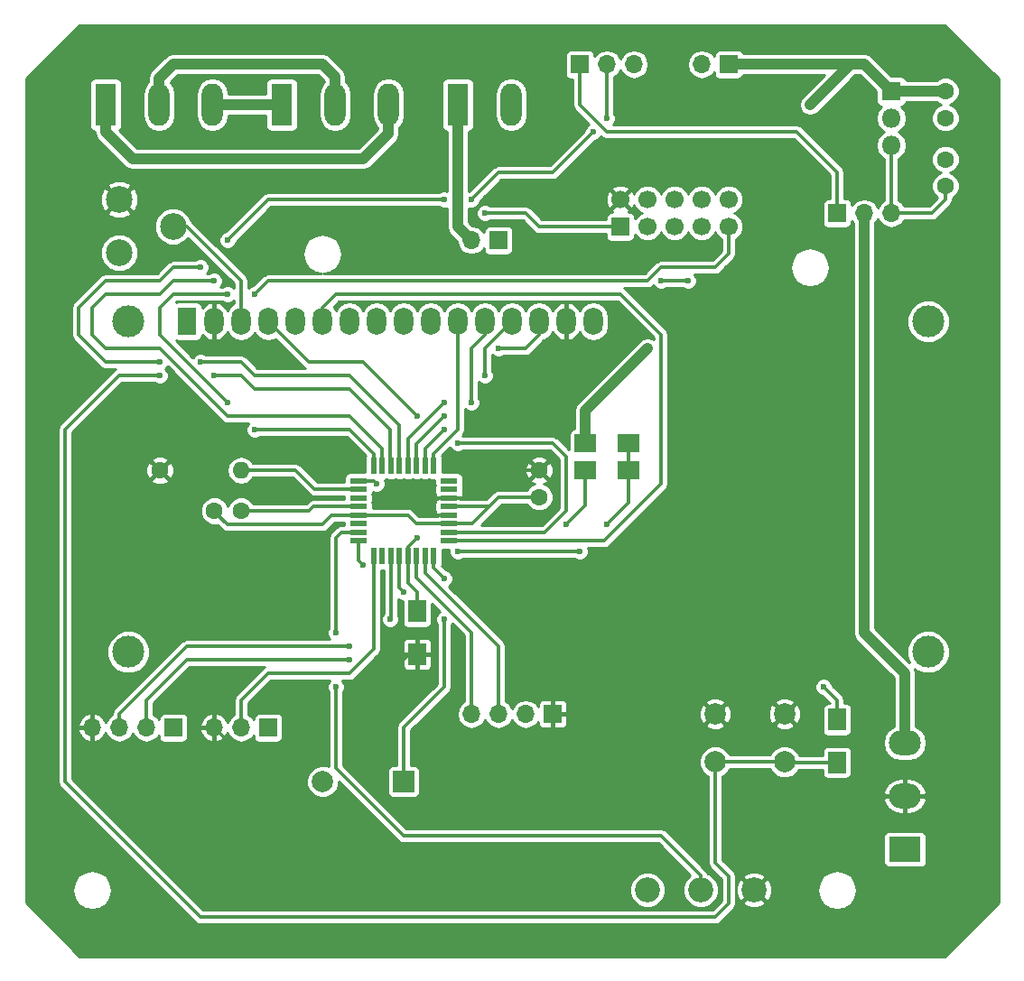
<source format=gbr>
G04 #@! TF.FileFunction,Copper,L1,Top,Signal*
%FSLAX46Y46*%
G04 Gerber Fmt 4.6, Leading zero omitted, Abs format (unit mm)*
G04 Created by KiCad (PCBNEW 4.0.7) date Tuesday, 27 March 2018 13:53:10*
%MOMM*%
%LPD*%
G01*
G04 APERTURE LIST*
%ADD10C,0.100000*%
%ADD11R,2.000000X2.000000*%
%ADD12C,2.000000*%
%ADD13C,1.600000*%
%ADD14C,2.500000*%
%ADD15R,1.700000X1.700000*%
%ADD16O,1.700000X1.700000*%
%ADD17R,1.980000X3.960000*%
%ADD18O,1.980000X3.960000*%
%ADD19O,1.600000X1.600000*%
%ADD20C,1.700000*%
%ADD21R,1.700000X2.000000*%
%ADD22R,2.000000X1.700000*%
%ADD23R,3.000000X2.350000*%
%ADD24O,3.000000X2.350000*%
%ADD25C,2.340000*%
%ADD26R,1.800000X1.800000*%
%ADD27O,1.800000X1.800000*%
%ADD28R,1.600000X0.550000*%
%ADD29R,0.550000X1.600000*%
%ADD30R,1.800000X2.600000*%
%ADD31O,1.800000X2.600000*%
%ADD32C,3.000000*%
%ADD33C,0.600000*%
%ADD34C,0.300000*%
%ADD35C,1.000000*%
%ADD36C,0.254000*%
G04 APERTURE END LIST*
D10*
D11*
X135890000Y-113030000D03*
D12*
X128290000Y-113030000D03*
D13*
X186690000Y-48260000D03*
X186690000Y-50760000D03*
X186690000Y-57150000D03*
X186690000Y-54650000D03*
X148590000Y-83820000D03*
X148590000Y-86320000D03*
X120650000Y-87630000D03*
X118150000Y-87630000D03*
D14*
X114260000Y-60920000D03*
X109220000Y-63420000D03*
X109220000Y-58420000D03*
D15*
X176530000Y-59690000D03*
D16*
X179070000Y-59690000D03*
X181610000Y-59690000D03*
D15*
X149860000Y-106680000D03*
D16*
X147320000Y-106680000D03*
X144780000Y-106680000D03*
X142240000Y-106680000D03*
D15*
X123190000Y-107950000D03*
D16*
X120650000Y-107950000D03*
X118110000Y-107950000D03*
D17*
X140970000Y-49530000D03*
D18*
X145970000Y-49530000D03*
D17*
X107950000Y-49530000D03*
D18*
X112950000Y-49530000D03*
X117950000Y-49530000D03*
D15*
X152400000Y-45720000D03*
D16*
X154940000Y-45720000D03*
X157480000Y-45720000D03*
D17*
X124460000Y-49530000D03*
D18*
X129460000Y-49530000D03*
X134460000Y-49530000D03*
D15*
X114300000Y-107950000D03*
D16*
X111760000Y-107950000D03*
X109220000Y-107950000D03*
X106680000Y-107950000D03*
D15*
X166370000Y-45720000D03*
D16*
X163830000Y-45720000D03*
D13*
X113030000Y-83820000D03*
D19*
X120650000Y-83820000D03*
D15*
X156210000Y-60960000D03*
D20*
X156210000Y-58420000D03*
X158750000Y-60960000D03*
X158750000Y-58420000D03*
X161290000Y-60960000D03*
X161290000Y-58420000D03*
X163830000Y-60960000D03*
X163830000Y-58420000D03*
X166370000Y-60960000D03*
X166370000Y-58420000D03*
D21*
X137160000Y-101060000D03*
X137160000Y-97060000D03*
X176530000Y-107220000D03*
X176530000Y-111220000D03*
D22*
X152940000Y-81280000D03*
X156940000Y-81280000D03*
X156940000Y-83820000D03*
X152940000Y-83820000D03*
D23*
X182880000Y-119380000D03*
D24*
X182880000Y-114380000D03*
X182880000Y-109380000D03*
D12*
X165100000Y-111180000D03*
X165100000Y-106680000D03*
X171600000Y-111180000D03*
X171600000Y-106680000D03*
D25*
X168750000Y-123190000D03*
X163750000Y-123190000D03*
X158750000Y-123190000D03*
D26*
X181610000Y-48260000D03*
D27*
X181610000Y-50800000D03*
X181610000Y-53340000D03*
D28*
X140140000Y-90430000D03*
X140140000Y-89630000D03*
X140140000Y-88830000D03*
X140140000Y-88030000D03*
X140140000Y-87230000D03*
X140140000Y-86430000D03*
X140140000Y-85630000D03*
X140140000Y-84830000D03*
D29*
X138690000Y-83380000D03*
X137890000Y-83380000D03*
X137090000Y-83380000D03*
X136290000Y-83380000D03*
X135490000Y-83380000D03*
X134690000Y-83380000D03*
X133890000Y-83380000D03*
X133090000Y-83380000D03*
D28*
X131640000Y-84830000D03*
X131640000Y-85630000D03*
X131640000Y-86430000D03*
X131640000Y-87230000D03*
X131640000Y-88030000D03*
X131640000Y-88830000D03*
X131640000Y-89630000D03*
X131640000Y-90430000D03*
D29*
X133090000Y-91880000D03*
X133890000Y-91880000D03*
X134690000Y-91880000D03*
X135490000Y-91880000D03*
X136290000Y-91880000D03*
X137090000Y-91880000D03*
X137890000Y-91880000D03*
X138690000Y-91880000D03*
D30*
X115570000Y-69850000D03*
D31*
X118110000Y-69850000D03*
X120650000Y-69850000D03*
X123190000Y-69850000D03*
X125730000Y-69850000D03*
X128270000Y-69850000D03*
X130810000Y-69850000D03*
X133350000Y-69850000D03*
X135890000Y-69850000D03*
X138430000Y-69850000D03*
X140970000Y-69850000D03*
X143510000Y-69850000D03*
X146050000Y-69850000D03*
X148590000Y-69850000D03*
X151130000Y-69850000D03*
X153670000Y-69850000D03*
D32*
X110070900Y-69850000D03*
X110070900Y-100850700D03*
X185069480Y-100850700D03*
X185070000Y-69850000D03*
D15*
X144780000Y-62230000D03*
D16*
X142240000Y-62230000D03*
D33*
X139700000Y-97790000D03*
X139700000Y-93980000D03*
X151130000Y-88900000D03*
X175260000Y-104140000D03*
X173990000Y-49530000D03*
X158750000Y-72390000D03*
X149860000Y-78740000D03*
X149860000Y-74930000D03*
X133350000Y-86360000D03*
X130810000Y-106680000D03*
X128270000Y-109220000D03*
X137160000Y-78740000D03*
X140970000Y-81280000D03*
X142240000Y-77470000D03*
X139700000Y-80010000D03*
X143510000Y-74930000D03*
X139700000Y-78740000D03*
X144780000Y-72390000D03*
X139700000Y-77470000D03*
X154940000Y-50800000D03*
X153670000Y-52070000D03*
X142240000Y-58420000D03*
X139700000Y-58420000D03*
X119380000Y-62230000D03*
X116840000Y-64770000D03*
X113030000Y-73660000D03*
X116840000Y-73660000D03*
X134620000Y-97790000D03*
X130810000Y-101600000D03*
X135890000Y-95250000D03*
X130810000Y-100330000D03*
X143510000Y-59690000D03*
X118110000Y-66040000D03*
X137160000Y-90170000D03*
X162560000Y-66040000D03*
X160020000Y-66040000D03*
X133350000Y-85090000D03*
X121920000Y-67310000D03*
X119380000Y-67310000D03*
X119380000Y-77470000D03*
X121920000Y-80010000D03*
X118110000Y-74930000D03*
X113030000Y-74930000D03*
X154940000Y-88900000D03*
X152400000Y-91440000D03*
X140970000Y-91440000D03*
X132080000Y-92710000D03*
X129540000Y-99060000D03*
X129540000Y-104140000D03*
D34*
X138690000Y-91880000D02*
X138690000Y-92970000D01*
X135890000Y-107950000D02*
X135890000Y-113030000D01*
X139700000Y-104140000D02*
X135890000Y-107950000D01*
X139700000Y-97790000D02*
X139700000Y-104140000D01*
X138690000Y-92970000D02*
X139700000Y-93980000D01*
X152940000Y-83820000D02*
X152940000Y-87090000D01*
X152940000Y-87090000D02*
X151130000Y-88900000D01*
X176530000Y-107220000D02*
X176530000Y-105410000D01*
X176530000Y-105410000D02*
X175260000Y-104140000D01*
X140140000Y-88830000D02*
X142310000Y-88830000D01*
X142310000Y-88830000D02*
X144820000Y-86320000D01*
X131640000Y-88030000D02*
X136290000Y-88030000D01*
X137090000Y-88830000D02*
X140140000Y-88830000D01*
X136290000Y-88030000D02*
X137090000Y-88830000D01*
X118150000Y-87630000D02*
X118150000Y-87670000D01*
X118150000Y-87670000D02*
X119380000Y-88900000D01*
X119380000Y-88900000D02*
X128270000Y-88900000D01*
X128270000Y-88900000D02*
X129140000Y-88030000D01*
X129140000Y-88030000D02*
X131640000Y-88030000D01*
X148590000Y-86320000D02*
X144820000Y-86320000D01*
X143910000Y-87230000D02*
X140140000Y-87230000D01*
X144820000Y-86320000D02*
X143910000Y-87230000D01*
D35*
X186690000Y-48260000D02*
X181610000Y-48260000D01*
X152940000Y-81280000D02*
X152940000Y-78200000D01*
X177800000Y-45720000D02*
X179070000Y-45720000D01*
X173990000Y-49530000D02*
X177800000Y-45720000D01*
X152940000Y-78200000D02*
X158750000Y-72390000D01*
X166370000Y-45720000D02*
X179070000Y-45720000D01*
X179070000Y-45720000D02*
X181610000Y-48260000D01*
D34*
X186690000Y-57150000D02*
X186690000Y-58420000D01*
X185420000Y-59690000D02*
X181610000Y-59690000D01*
X186690000Y-58420000D02*
X185420000Y-59690000D01*
X181610000Y-53340000D02*
X181610000Y-59690000D01*
X140140000Y-86430000D02*
X138500000Y-86430000D01*
X138500000Y-86430000D02*
X138430000Y-86360000D01*
X149860000Y-74930000D02*
X149860000Y-78740000D01*
X140140000Y-88030000D02*
X137560000Y-88030000D01*
X135890000Y-86360000D02*
X133350000Y-86360000D01*
X137560000Y-88030000D02*
X135890000Y-86360000D01*
X137160000Y-101060000D02*
X136430000Y-101060000D01*
X136430000Y-101060000D02*
X130810000Y-106680000D01*
X128270000Y-109220000D02*
X127000000Y-110490000D01*
X127000000Y-110490000D02*
X120650000Y-110490000D01*
X120650000Y-110490000D02*
X118110000Y-107950000D01*
X148590000Y-83820000D02*
X146050000Y-83820000D01*
X143440000Y-86430000D02*
X140140000Y-86430000D01*
X146050000Y-83820000D02*
X143440000Y-86430000D01*
X120650000Y-87630000D02*
X127000000Y-87630000D01*
X127400000Y-87230000D02*
X131640000Y-87230000D01*
X127000000Y-87630000D02*
X127400000Y-87230000D01*
X114260000Y-60920000D02*
X115530000Y-60920000D01*
X120650000Y-66040000D02*
X120650000Y-69850000D01*
X115530000Y-60920000D02*
X120650000Y-66040000D01*
X140140000Y-89630000D02*
X149130000Y-89630000D01*
X127000000Y-73660000D02*
X123190000Y-69850000D01*
X132080000Y-73660000D02*
X127000000Y-73660000D01*
X137160000Y-78740000D02*
X132080000Y-73660000D01*
X149860000Y-81280000D02*
X140970000Y-81280000D01*
X151130000Y-82550000D02*
X149860000Y-81280000D01*
X151130000Y-87630000D02*
X151130000Y-82550000D01*
X149130000Y-89630000D02*
X151130000Y-87630000D01*
X140140000Y-90430000D02*
X154680000Y-90430000D01*
X129540000Y-67310000D02*
X128270000Y-68580000D01*
X156210000Y-67310000D02*
X129540000Y-67310000D01*
X160020000Y-71120000D02*
X156210000Y-67310000D01*
X160020000Y-85090000D02*
X160020000Y-71120000D01*
X154680000Y-90430000D02*
X160020000Y-85090000D01*
X128270000Y-68580000D02*
X128270000Y-69850000D01*
X138690000Y-83380000D02*
X138690000Y-82290000D01*
X140970000Y-80010000D02*
X140970000Y-69850000D01*
X138690000Y-82290000D02*
X140970000Y-80010000D01*
X137890000Y-83380000D02*
X137890000Y-81820000D01*
X142240000Y-72390000D02*
X143510000Y-71120000D01*
X142240000Y-77470000D02*
X142240000Y-72390000D01*
X137890000Y-81820000D02*
X139700000Y-80010000D01*
X143510000Y-71120000D02*
X143510000Y-69850000D01*
X137090000Y-83380000D02*
X137090000Y-81350000D01*
X143510000Y-72390000D02*
X146050000Y-69850000D01*
X143510000Y-74930000D02*
X143510000Y-72390000D01*
X137090000Y-81350000D02*
X139700000Y-78740000D01*
X136290000Y-83380000D02*
X136290000Y-80880000D01*
X147320000Y-72390000D02*
X148590000Y-71120000D01*
X144780000Y-72390000D02*
X147320000Y-72390000D01*
X136290000Y-80880000D02*
X139700000Y-77470000D01*
X148590000Y-71120000D02*
X148590000Y-69850000D01*
X176530000Y-59690000D02*
X176530000Y-55880000D01*
X152400000Y-49530000D02*
X152400000Y-45720000D01*
X154940000Y-52070000D02*
X152400000Y-49530000D01*
X172720000Y-52070000D02*
X154940000Y-52070000D01*
X176530000Y-55880000D02*
X172720000Y-52070000D01*
D35*
X179070000Y-59690000D02*
X179070000Y-99060000D01*
X182880000Y-102870000D02*
X182880000Y-109380000D01*
X179070000Y-99060000D02*
X182880000Y-102870000D01*
D34*
X144780000Y-106680000D02*
X144780000Y-100330000D01*
X137890000Y-93440000D02*
X137890000Y-91880000D01*
X144780000Y-100330000D02*
X137890000Y-93440000D01*
X142240000Y-106680000D02*
X142240000Y-99060000D01*
X137090000Y-93910000D02*
X137090000Y-91880000D01*
X142240000Y-99060000D02*
X137090000Y-93910000D01*
X120650000Y-107950000D02*
X120650000Y-105410000D01*
X133090000Y-100590000D02*
X133090000Y-91880000D01*
X130810000Y-102870000D02*
X133090000Y-100590000D01*
X123190000Y-102870000D02*
X130810000Y-102870000D01*
X120650000Y-105410000D02*
X123190000Y-102870000D01*
D35*
X140970000Y-49530000D02*
X140970000Y-60960000D01*
X140970000Y-60960000D02*
X142240000Y-62230000D01*
X134460000Y-49530000D02*
X134460000Y-52230000D01*
X107950000Y-52070000D02*
X107950000Y-49530000D01*
X110490000Y-54610000D02*
X107950000Y-52070000D01*
X132080000Y-54610000D02*
X110490000Y-54610000D01*
X134460000Y-52230000D02*
X132080000Y-54610000D01*
X129460000Y-49530000D02*
X129460000Y-46910000D01*
X112950000Y-47070000D02*
X112950000Y-49530000D01*
X114300000Y-45720000D02*
X112950000Y-47070000D01*
X128270000Y-45720000D02*
X114300000Y-45720000D01*
X129460000Y-46910000D02*
X128270000Y-45720000D01*
X117950000Y-49530000D02*
X124460000Y-49530000D01*
D34*
X135490000Y-83380000D02*
X135490000Y-79610000D01*
X154940000Y-50800000D02*
X154940000Y-45720000D01*
X149860000Y-55880000D02*
X153670000Y-52070000D01*
X144780000Y-55880000D02*
X149860000Y-55880000D01*
X142240000Y-58420000D02*
X144780000Y-55880000D01*
X123190000Y-58420000D02*
X139700000Y-58420000D01*
X119380000Y-62230000D02*
X123190000Y-58420000D01*
X114300000Y-64770000D02*
X116840000Y-64770000D01*
X113030000Y-66040000D02*
X114300000Y-64770000D01*
X107950000Y-66040000D02*
X113030000Y-66040000D01*
X105410000Y-68580000D02*
X107950000Y-66040000D01*
X105410000Y-71120000D02*
X105410000Y-68580000D01*
X107950000Y-73660000D02*
X105410000Y-71120000D01*
X113030000Y-73660000D02*
X107950000Y-73660000D01*
X120650000Y-73660000D02*
X116840000Y-73660000D01*
X121920000Y-74930000D02*
X120650000Y-73660000D01*
X130810000Y-74930000D02*
X121920000Y-74930000D01*
X135490000Y-79610000D02*
X130810000Y-74930000D01*
X111760000Y-107950000D02*
X111760000Y-105410000D01*
X134690000Y-97720000D02*
X134690000Y-91880000D01*
X134620000Y-97790000D02*
X134690000Y-97720000D01*
X115570000Y-101600000D02*
X130810000Y-101600000D01*
X111760000Y-105410000D02*
X115570000Y-101600000D01*
X109220000Y-107950000D02*
X109220000Y-106680000D01*
X135490000Y-94850000D02*
X135490000Y-91880000D01*
X135890000Y-95250000D02*
X135490000Y-94850000D01*
X115570000Y-100330000D02*
X130810000Y-100330000D01*
X109220000Y-106680000D02*
X115570000Y-100330000D01*
X120650000Y-83820000D02*
X125730000Y-83820000D01*
X127540000Y-85630000D02*
X131640000Y-85630000D01*
X125730000Y-83820000D02*
X127540000Y-85630000D01*
X133890000Y-83380000D02*
X133890000Y-81820000D01*
X148590000Y-60960000D02*
X156210000Y-60960000D01*
X147320000Y-59690000D02*
X148590000Y-60960000D01*
X143510000Y-59690000D02*
X147320000Y-59690000D01*
X114300000Y-66040000D02*
X118110000Y-66040000D01*
X113030000Y-67310000D02*
X114300000Y-66040000D01*
X107950000Y-67310000D02*
X113030000Y-67310000D01*
X106680000Y-68580000D02*
X107950000Y-67310000D01*
X106680000Y-71120000D02*
X106680000Y-68580000D01*
X107950000Y-72390000D02*
X106680000Y-71120000D01*
X113030000Y-72390000D02*
X107950000Y-72390000D01*
X119380000Y-78740000D02*
X113030000Y-72390000D01*
X130810000Y-78740000D02*
X119380000Y-78740000D01*
X133890000Y-81820000D02*
X130810000Y-78740000D01*
X136290000Y-91880000D02*
X136290000Y-91040000D01*
X136290000Y-91040000D02*
X137160000Y-90170000D01*
X137160000Y-97060000D02*
X137160000Y-95250000D01*
X136290000Y-94380000D02*
X136290000Y-91880000D01*
X137160000Y-95250000D02*
X136290000Y-94380000D01*
X160020000Y-66040000D02*
X162560000Y-66040000D01*
X133090000Y-84830000D02*
X133350000Y-85090000D01*
X131640000Y-84830000D02*
X133090000Y-84830000D01*
X133090000Y-83380000D02*
X133090000Y-82290000D01*
X166370000Y-63500000D02*
X166370000Y-60960000D01*
X165100000Y-64770000D02*
X166370000Y-63500000D01*
X160020000Y-64770000D02*
X165100000Y-64770000D01*
X158750000Y-66040000D02*
X160020000Y-64770000D01*
X123190000Y-66040000D02*
X158750000Y-66040000D01*
X121920000Y-67310000D02*
X123190000Y-66040000D01*
X114300000Y-67310000D02*
X119380000Y-67310000D01*
X113030000Y-68580000D02*
X114300000Y-67310000D01*
X113030000Y-71120000D02*
X113030000Y-68580000D01*
X119380000Y-77470000D02*
X113030000Y-71120000D01*
X130810000Y-80010000D02*
X121920000Y-80010000D01*
X133090000Y-82290000D02*
X130810000Y-80010000D01*
X171600000Y-111180000D02*
X165100000Y-111180000D01*
X132080000Y-77470000D02*
X134620000Y-80010000D01*
X134620000Y-80010000D02*
X134620000Y-83310000D01*
X165100000Y-111180000D02*
X165100000Y-120650000D01*
X130810000Y-76200000D02*
X132080000Y-77470000D01*
X121920000Y-76200000D02*
X130810000Y-76200000D01*
X120650000Y-74930000D02*
X121920000Y-76200000D01*
X118110000Y-74930000D02*
X120650000Y-74930000D01*
X109220000Y-74930000D02*
X113030000Y-74930000D01*
X104140000Y-80010000D02*
X109220000Y-74930000D01*
X104140000Y-113030000D02*
X104140000Y-80010000D01*
X116840000Y-125730000D02*
X104140000Y-113030000D01*
X165100000Y-125730000D02*
X116840000Y-125730000D01*
X166370000Y-124460000D02*
X165100000Y-125730000D01*
X166370000Y-121920000D02*
X166370000Y-124460000D01*
X165100000Y-120650000D02*
X166370000Y-121920000D01*
X134620000Y-83310000D02*
X134690000Y-83380000D01*
X176530000Y-111220000D02*
X171640000Y-111220000D01*
X171640000Y-111220000D02*
X171600000Y-111180000D01*
X131640000Y-90430000D02*
X131640000Y-92270000D01*
X156940000Y-86900000D02*
X156940000Y-83820000D01*
X154940000Y-88900000D02*
X156940000Y-86900000D01*
X140970000Y-91440000D02*
X152400000Y-91440000D01*
X131640000Y-92270000D02*
X132080000Y-92710000D01*
X156940000Y-81280000D02*
X156940000Y-83820000D01*
X163750000Y-123190000D02*
X163750000Y-121840000D01*
X130080000Y-89630000D02*
X131640000Y-89630000D01*
X129540000Y-90170000D02*
X130080000Y-89630000D01*
X129540000Y-99060000D02*
X129540000Y-90170000D01*
X129540000Y-111760000D02*
X129540000Y-104140000D01*
X135890000Y-118110000D02*
X129540000Y-111760000D01*
X160020000Y-118110000D02*
X135890000Y-118110000D01*
X163750000Y-121840000D02*
X160020000Y-118110000D01*
D36*
G36*
X191643000Y-47042606D02*
X191643000Y-124407394D01*
X186637394Y-129413000D01*
X105462606Y-129413000D01*
X100457000Y-124407394D01*
X100457000Y-123190000D01*
X104808000Y-123190000D01*
X104950498Y-123906383D01*
X105356296Y-124513704D01*
X105963617Y-124919502D01*
X106680000Y-125062000D01*
X107396383Y-124919502D01*
X108003704Y-124513704D01*
X108409502Y-123906383D01*
X108552000Y-123190000D01*
X108409502Y-122473617D01*
X108003704Y-121866296D01*
X107396383Y-121460498D01*
X106680000Y-121318000D01*
X105963617Y-121460498D01*
X105356296Y-121866296D01*
X104950498Y-122473617D01*
X104808000Y-123190000D01*
X100457000Y-123190000D01*
X100457000Y-80010000D01*
X103463000Y-80010000D01*
X103463000Y-113030000D01*
X103514534Y-113289077D01*
X103545267Y-113335072D01*
X103661289Y-113508711D01*
X116361289Y-126208711D01*
X116580923Y-126355466D01*
X116840000Y-126407000D01*
X165100000Y-126407000D01*
X165359077Y-126355466D01*
X165578711Y-126208711D01*
X166848711Y-124938711D01*
X166883930Y-124886002D01*
X166995466Y-124719077D01*
X167047000Y-124460000D01*
X167047000Y-124370747D01*
X167672491Y-124370747D01*
X167792951Y-124631460D01*
X168417424Y-124887982D01*
X169092530Y-124886002D01*
X169707049Y-124631460D01*
X169827509Y-124370747D01*
X168750000Y-123293238D01*
X167672491Y-124370747D01*
X167047000Y-124370747D01*
X167047000Y-122857424D01*
X167052018Y-122857424D01*
X167053998Y-123532530D01*
X167308540Y-124147049D01*
X167569253Y-124267509D01*
X168646762Y-123190000D01*
X168853238Y-123190000D01*
X169930747Y-124267509D01*
X170191460Y-124147049D01*
X170447982Y-123522576D01*
X170447007Y-123190000D01*
X174658000Y-123190000D01*
X174800498Y-123906383D01*
X175206296Y-124513704D01*
X175813617Y-124919502D01*
X176530000Y-125062000D01*
X177246383Y-124919502D01*
X177853704Y-124513704D01*
X178259502Y-123906383D01*
X178402000Y-123190000D01*
X178259502Y-122473617D01*
X177853704Y-121866296D01*
X177246383Y-121460498D01*
X176530000Y-121318000D01*
X175813617Y-121460498D01*
X175206296Y-121866296D01*
X174800498Y-122473617D01*
X174658000Y-123190000D01*
X170447007Y-123190000D01*
X170446002Y-122847470D01*
X170191460Y-122232951D01*
X169930747Y-122112491D01*
X168853238Y-123190000D01*
X168646762Y-123190000D01*
X167569253Y-122112491D01*
X167308540Y-122232951D01*
X167052018Y-122857424D01*
X167047000Y-122857424D01*
X167047000Y-122009253D01*
X167672491Y-122009253D01*
X168750000Y-123086762D01*
X169827509Y-122009253D01*
X169707049Y-121748540D01*
X169082576Y-121492018D01*
X168407470Y-121493998D01*
X167792951Y-121748540D01*
X167672491Y-122009253D01*
X167047000Y-122009253D01*
X167047000Y-121920000D01*
X166995466Y-121660923D01*
X166848711Y-121441289D01*
X165777000Y-120369578D01*
X165777000Y-118205000D01*
X180842676Y-118205000D01*
X180842676Y-120555000D01*
X180879423Y-120750294D01*
X180994842Y-120929660D01*
X181170951Y-121049990D01*
X181380000Y-121092324D01*
X184380000Y-121092324D01*
X184575294Y-121055577D01*
X184754660Y-120940158D01*
X184874990Y-120764049D01*
X184917324Y-120555000D01*
X184917324Y-118205000D01*
X184880577Y-118009706D01*
X184765158Y-117830340D01*
X184589049Y-117710010D01*
X184380000Y-117667676D01*
X181380000Y-117667676D01*
X181184706Y-117704423D01*
X181005340Y-117819842D01*
X180885010Y-117995951D01*
X180842676Y-118205000D01*
X165777000Y-118205000D01*
X165777000Y-114718108D01*
X180886921Y-114718108D01*
X180954622Y-114963884D01*
X181299886Y-115531877D01*
X181836230Y-115924507D01*
X182482000Y-116082000D01*
X182807000Y-116082000D01*
X182807000Y-114453000D01*
X182953000Y-114453000D01*
X182953000Y-116082000D01*
X183278000Y-116082000D01*
X183923770Y-115924507D01*
X184460114Y-115531877D01*
X184805378Y-114963884D01*
X184873079Y-114718108D01*
X184773552Y-114453000D01*
X182953000Y-114453000D01*
X182807000Y-114453000D01*
X180986448Y-114453000D01*
X180886921Y-114718108D01*
X165777000Y-114718108D01*
X165777000Y-114041892D01*
X180886921Y-114041892D01*
X180986448Y-114307000D01*
X182807000Y-114307000D01*
X182807000Y-112678000D01*
X182953000Y-112678000D01*
X182953000Y-114307000D01*
X184773552Y-114307000D01*
X184873079Y-114041892D01*
X184805378Y-113796116D01*
X184460114Y-113228123D01*
X183923770Y-112835493D01*
X183278000Y-112678000D01*
X182953000Y-112678000D01*
X182807000Y-112678000D01*
X182482000Y-112678000D01*
X181836230Y-112835493D01*
X181299886Y-113228123D01*
X180954622Y-113796116D01*
X180886921Y-114041892D01*
X165777000Y-114041892D01*
X165777000Y-112552486D01*
X165963846Y-112475283D01*
X166393773Y-112046106D01*
X166472297Y-111857000D01*
X170227514Y-111857000D01*
X170304717Y-112043846D01*
X170733894Y-112473773D01*
X171294928Y-112706735D01*
X171902407Y-112707265D01*
X172463846Y-112475283D01*
X172893773Y-112046106D01*
X172955687Y-111897000D01*
X175142676Y-111897000D01*
X175142676Y-112220000D01*
X175179423Y-112415294D01*
X175294842Y-112594660D01*
X175470951Y-112714990D01*
X175680000Y-112757324D01*
X177380000Y-112757324D01*
X177575294Y-112720577D01*
X177754660Y-112605158D01*
X177874990Y-112429049D01*
X177917324Y-112220000D01*
X177917324Y-110220000D01*
X177880577Y-110024706D01*
X177765158Y-109845340D01*
X177589049Y-109725010D01*
X177380000Y-109682676D01*
X175680000Y-109682676D01*
X175484706Y-109719423D01*
X175305340Y-109834842D01*
X175185010Y-110010951D01*
X175142676Y-110220000D01*
X175142676Y-110543000D01*
X172989014Y-110543000D01*
X172895283Y-110316154D01*
X172466106Y-109886227D01*
X171905072Y-109653265D01*
X171297593Y-109652735D01*
X170736154Y-109884717D01*
X170306227Y-110313894D01*
X170227703Y-110503000D01*
X166472486Y-110503000D01*
X166395283Y-110316154D01*
X165966106Y-109886227D01*
X165405072Y-109653265D01*
X164797593Y-109652735D01*
X164236154Y-109884717D01*
X163806227Y-110313894D01*
X163573265Y-110874928D01*
X163572735Y-111482407D01*
X163804717Y-112043846D01*
X164233894Y-112473773D01*
X164423000Y-112552297D01*
X164423000Y-120650000D01*
X164474534Y-120909077D01*
X164596976Y-121092324D01*
X164621289Y-121128711D01*
X165693000Y-122200422D01*
X165693000Y-124179578D01*
X164819578Y-125053000D01*
X117120422Y-125053000D01*
X115593495Y-123526073D01*
X157052706Y-123526073D01*
X157310515Y-124150017D01*
X157787472Y-124627808D01*
X158410965Y-124886705D01*
X159086073Y-124887294D01*
X159710017Y-124629485D01*
X160187808Y-124152528D01*
X160446705Y-123529035D01*
X160447294Y-122853927D01*
X160189485Y-122229983D01*
X159712528Y-121752192D01*
X159089035Y-121493295D01*
X158413927Y-121492706D01*
X157789983Y-121750515D01*
X157312192Y-122227472D01*
X157053295Y-122850965D01*
X157052706Y-123526073D01*
X115593495Y-123526073D01*
X104817000Y-112749578D01*
X104817000Y-108237210D01*
X105333279Y-108237210D01*
X105545703Y-108730715D01*
X105930813Y-109105363D01*
X106392791Y-109296715D01*
X106607000Y-109193108D01*
X106607000Y-108023000D01*
X105436680Y-108023000D01*
X105333279Y-108237210D01*
X104817000Y-108237210D01*
X104817000Y-107662790D01*
X105333279Y-107662790D01*
X105436680Y-107877000D01*
X106607000Y-107877000D01*
X106607000Y-106706892D01*
X106392791Y-106603285D01*
X105930813Y-106794637D01*
X105545703Y-107169285D01*
X105333279Y-107662790D01*
X104817000Y-107662790D01*
X104817000Y-101252126D01*
X108043549Y-101252126D01*
X108351491Y-101997403D01*
X108921198Y-102568105D01*
X109665936Y-102877347D01*
X110472326Y-102878051D01*
X111217603Y-102570109D01*
X111788305Y-102000402D01*
X112097547Y-101255664D01*
X112098251Y-100449274D01*
X111790309Y-99703997D01*
X111220602Y-99133295D01*
X110475864Y-98824053D01*
X109669474Y-98823349D01*
X108924197Y-99131291D01*
X108353495Y-99700998D01*
X108044253Y-100445736D01*
X108043549Y-101252126D01*
X104817000Y-101252126D01*
X104817000Y-84733627D01*
X112219611Y-84733627D01*
X112294945Y-84955911D01*
X112785592Y-85150739D01*
X113313449Y-85142973D01*
X113765055Y-84955911D01*
X113840389Y-84733627D01*
X113030000Y-83923238D01*
X112219611Y-84733627D01*
X104817000Y-84733627D01*
X104817000Y-83575592D01*
X111699261Y-83575592D01*
X111707027Y-84103449D01*
X111894089Y-84555055D01*
X112116373Y-84630389D01*
X112926762Y-83820000D01*
X113133238Y-83820000D01*
X113943627Y-84630389D01*
X114165911Y-84555055D01*
X114360739Y-84064408D01*
X114352973Y-83536551D01*
X114165911Y-83084945D01*
X113943627Y-83009611D01*
X113133238Y-83820000D01*
X112926762Y-83820000D01*
X112116373Y-83009611D01*
X111894089Y-83084945D01*
X111699261Y-83575592D01*
X104817000Y-83575592D01*
X104817000Y-82906373D01*
X112219611Y-82906373D01*
X113030000Y-83716762D01*
X113840389Y-82906373D01*
X113765055Y-82684089D01*
X113274408Y-82489261D01*
X112746551Y-82497027D01*
X112294945Y-82684089D01*
X112219611Y-82906373D01*
X104817000Y-82906373D01*
X104817000Y-80290422D01*
X109500422Y-75607000D01*
X112537283Y-75607000D01*
X112560930Y-75630688D01*
X112864778Y-75756856D01*
X113193779Y-75757143D01*
X113497846Y-75631505D01*
X113730688Y-75399070D01*
X113856856Y-75095222D01*
X113857143Y-74766221D01*
X113731505Y-74462154D01*
X113564555Y-74294912D01*
X113730688Y-74129070D01*
X113754442Y-74071864D01*
X118901289Y-79218711D01*
X119120923Y-79365466D01*
X119380000Y-79417000D01*
X121343459Y-79417000D01*
X121219312Y-79540930D01*
X121093144Y-79844778D01*
X121092857Y-80173779D01*
X121218495Y-80477846D01*
X121450930Y-80710688D01*
X121754778Y-80836856D01*
X122083779Y-80837143D01*
X122387846Y-80711505D01*
X122412394Y-80687000D01*
X130529578Y-80687000D01*
X132302078Y-82459500D01*
X132277676Y-82580000D01*
X132277676Y-84017676D01*
X130840000Y-84017676D01*
X130644706Y-84054423D01*
X130465340Y-84169842D01*
X130345010Y-84345951D01*
X130302676Y-84555000D01*
X130302676Y-84953000D01*
X127820423Y-84953000D01*
X126208711Y-83341289D01*
X126161884Y-83310000D01*
X125989077Y-83194534D01*
X125730000Y-83143000D01*
X121788943Y-83143000D01*
X121614328Y-82881669D01*
X121183818Y-82594012D01*
X120675997Y-82493000D01*
X120624003Y-82493000D01*
X120116182Y-82594012D01*
X119685672Y-82881669D01*
X119398015Y-83312179D01*
X119297003Y-83820000D01*
X119398015Y-84327821D01*
X119685672Y-84758331D01*
X120116182Y-85045988D01*
X120624003Y-85147000D01*
X120675997Y-85147000D01*
X121183818Y-85045988D01*
X121614328Y-84758331D01*
X121788943Y-84497000D01*
X125449578Y-84497000D01*
X127061289Y-86108712D01*
X127280924Y-86255467D01*
X127540000Y-86307000D01*
X130302676Y-86307000D01*
X130302676Y-86553000D01*
X127400000Y-86553000D01*
X127140923Y-86604534D01*
X127095702Y-86634750D01*
X126921288Y-86751289D01*
X126719578Y-86953000D01*
X121806084Y-86953000D01*
X121775631Y-86879297D01*
X121402666Y-86505681D01*
X120915115Y-86303231D01*
X120387202Y-86302771D01*
X119899297Y-86504369D01*
X119525681Y-86877334D01*
X119399940Y-87180149D01*
X119275631Y-86879297D01*
X118902666Y-86505681D01*
X118415115Y-86303231D01*
X117887202Y-86302771D01*
X117399297Y-86504369D01*
X117025681Y-86877334D01*
X116823231Y-87364885D01*
X116822771Y-87892798D01*
X117024369Y-88380703D01*
X117397334Y-88754319D01*
X117884885Y-88956769D01*
X118412798Y-88957229D01*
X118460214Y-88937637D01*
X118901289Y-89378712D01*
X119120924Y-89525467D01*
X119380000Y-89577000D01*
X128270000Y-89577000D01*
X128529077Y-89525466D01*
X128748711Y-89378711D01*
X129420422Y-88707000D01*
X130302676Y-88707000D01*
X130302676Y-88953000D01*
X130080000Y-88953000D01*
X129820923Y-89004534D01*
X129732257Y-89063779D01*
X129601288Y-89151289D01*
X129061289Y-89691289D01*
X128914534Y-89910923D01*
X128863000Y-90170000D01*
X128863000Y-98567283D01*
X128839312Y-98590930D01*
X128713144Y-98894778D01*
X128712857Y-99223779D01*
X128838495Y-99527846D01*
X128963430Y-99653000D01*
X115570000Y-99653000D01*
X115310923Y-99704534D01*
X115188703Y-99786199D01*
X115091289Y-99851289D01*
X108741289Y-106201289D01*
X108594534Y-106420923D01*
X108543000Y-106680000D01*
X108543000Y-106751098D01*
X108246314Y-106949337D01*
X107947818Y-107396068D01*
X107936470Y-107453118D01*
X107814297Y-107169285D01*
X107429187Y-106794637D01*
X106967209Y-106603285D01*
X106753000Y-106706892D01*
X106753000Y-107877000D01*
X106773000Y-107877000D01*
X106773000Y-108023000D01*
X106753000Y-108023000D01*
X106753000Y-109193108D01*
X106967209Y-109296715D01*
X107429187Y-109105363D01*
X107814297Y-108730715D01*
X107936470Y-108446882D01*
X107947818Y-108503932D01*
X108246314Y-108950663D01*
X108693045Y-109249159D01*
X109220000Y-109353977D01*
X109746955Y-109249159D01*
X110193686Y-108950663D01*
X110490000Y-108507198D01*
X110786314Y-108950663D01*
X111233045Y-109249159D01*
X111760000Y-109353977D01*
X112286955Y-109249159D01*
X112733686Y-108950663D01*
X112912676Y-108682785D01*
X112912676Y-108800000D01*
X112949423Y-108995294D01*
X113064842Y-109174660D01*
X113240951Y-109294990D01*
X113450000Y-109337324D01*
X115150000Y-109337324D01*
X115345294Y-109300577D01*
X115524660Y-109185158D01*
X115644990Y-109009049D01*
X115687324Y-108800000D01*
X115687324Y-108237210D01*
X116763279Y-108237210D01*
X116975703Y-108730715D01*
X117360813Y-109105363D01*
X117822791Y-109296715D01*
X118037000Y-109193108D01*
X118037000Y-108023000D01*
X116866680Y-108023000D01*
X116763279Y-108237210D01*
X115687324Y-108237210D01*
X115687324Y-107662790D01*
X116763279Y-107662790D01*
X116866680Y-107877000D01*
X118037000Y-107877000D01*
X118037000Y-106706892D01*
X117822791Y-106603285D01*
X117360813Y-106794637D01*
X116975703Y-107169285D01*
X116763279Y-107662790D01*
X115687324Y-107662790D01*
X115687324Y-107100000D01*
X115650577Y-106904706D01*
X115535158Y-106725340D01*
X115359049Y-106605010D01*
X115150000Y-106562676D01*
X113450000Y-106562676D01*
X113254706Y-106599423D01*
X113075340Y-106714842D01*
X112955010Y-106890951D01*
X112912676Y-107100000D01*
X112912676Y-107217215D01*
X112733686Y-106949337D01*
X112437000Y-106751098D01*
X112437000Y-105690422D01*
X115850423Y-102277000D01*
X122882334Y-102277000D01*
X122846883Y-102300688D01*
X122711288Y-102391289D01*
X120171289Y-104931289D01*
X120024534Y-105150923D01*
X119973000Y-105410000D01*
X119973000Y-106751098D01*
X119676314Y-106949337D01*
X119377818Y-107396068D01*
X119366470Y-107453118D01*
X119244297Y-107169285D01*
X118859187Y-106794637D01*
X118397209Y-106603285D01*
X118183000Y-106706892D01*
X118183000Y-107877000D01*
X118203000Y-107877000D01*
X118203000Y-108023000D01*
X118183000Y-108023000D01*
X118183000Y-109193108D01*
X118397209Y-109296715D01*
X118859187Y-109105363D01*
X119244297Y-108730715D01*
X119366470Y-108446882D01*
X119377818Y-108503932D01*
X119676314Y-108950663D01*
X120123045Y-109249159D01*
X120650000Y-109353977D01*
X121176955Y-109249159D01*
X121623686Y-108950663D01*
X121802676Y-108682785D01*
X121802676Y-108800000D01*
X121839423Y-108995294D01*
X121954842Y-109174660D01*
X122130951Y-109294990D01*
X122340000Y-109337324D01*
X124040000Y-109337324D01*
X124235294Y-109300577D01*
X124414660Y-109185158D01*
X124534990Y-109009049D01*
X124577324Y-108800000D01*
X124577324Y-107100000D01*
X124540577Y-106904706D01*
X124425158Y-106725340D01*
X124249049Y-106605010D01*
X124040000Y-106562676D01*
X122340000Y-106562676D01*
X122144706Y-106599423D01*
X121965340Y-106714842D01*
X121845010Y-106890951D01*
X121802676Y-107100000D01*
X121802676Y-107217215D01*
X121623686Y-106949337D01*
X121327000Y-106751098D01*
X121327000Y-105690422D01*
X123470423Y-103547000D01*
X128963459Y-103547000D01*
X128839312Y-103670930D01*
X128713144Y-103974778D01*
X128712857Y-104303779D01*
X128838495Y-104607846D01*
X128863000Y-104632394D01*
X128863000Y-111614519D01*
X128595072Y-111503265D01*
X127987593Y-111502735D01*
X127426154Y-111734717D01*
X126996227Y-112163894D01*
X126763265Y-112724928D01*
X126762735Y-113332407D01*
X126994717Y-113893846D01*
X127423894Y-114323773D01*
X127984928Y-114556735D01*
X128592407Y-114557265D01*
X129153846Y-114325283D01*
X129583773Y-113896106D01*
X129816735Y-113335072D01*
X129817032Y-112994454D01*
X135411289Y-118588711D01*
X135630923Y-118735466D01*
X135890000Y-118787000D01*
X159739578Y-118787000D01*
X162746500Y-121793922D01*
X162312192Y-122227472D01*
X162053295Y-122850965D01*
X162052706Y-123526073D01*
X162310515Y-124150017D01*
X162787472Y-124627808D01*
X163410965Y-124886705D01*
X164086073Y-124887294D01*
X164710017Y-124629485D01*
X165187808Y-124152528D01*
X165446705Y-123529035D01*
X165447294Y-122853927D01*
X165189485Y-122229983D01*
X164712528Y-121752192D01*
X164382255Y-121615051D01*
X164375467Y-121580924D01*
X164228712Y-121361289D01*
X160498711Y-117631289D01*
X160279077Y-117484534D01*
X160020000Y-117433000D01*
X136170422Y-117433000D01*
X130217000Y-111479578D01*
X130217000Y-104632717D01*
X130240688Y-104609070D01*
X130366856Y-104305222D01*
X130367143Y-103976221D01*
X130241505Y-103672154D01*
X130116570Y-103547000D01*
X130810000Y-103547000D01*
X131069077Y-103495466D01*
X131288711Y-103348711D01*
X133372672Y-101264750D01*
X135783000Y-101264750D01*
X135783000Y-102164827D01*
X135863231Y-102358522D01*
X136011479Y-102506769D01*
X136205173Y-102587000D01*
X136955250Y-102587000D01*
X137087000Y-102455250D01*
X137087000Y-101133000D01*
X137233000Y-101133000D01*
X137233000Y-102455250D01*
X137364750Y-102587000D01*
X138114827Y-102587000D01*
X138308521Y-102506769D01*
X138456769Y-102358522D01*
X138537000Y-102164827D01*
X138537000Y-101264750D01*
X138405250Y-101133000D01*
X137233000Y-101133000D01*
X137087000Y-101133000D01*
X135914750Y-101133000D01*
X135783000Y-101264750D01*
X133372672Y-101264750D01*
X133568711Y-101068711D01*
X133609946Y-101006999D01*
X133715466Y-100849077D01*
X133767000Y-100590000D01*
X133767000Y-99955173D01*
X135783000Y-99955173D01*
X135783000Y-100855250D01*
X135914750Y-100987000D01*
X137087000Y-100987000D01*
X137087000Y-99664750D01*
X137233000Y-99664750D01*
X137233000Y-100987000D01*
X138405250Y-100987000D01*
X138537000Y-100855250D01*
X138537000Y-99955173D01*
X138456769Y-99761478D01*
X138308521Y-99613231D01*
X138114827Y-99533000D01*
X137364750Y-99533000D01*
X137233000Y-99664750D01*
X137087000Y-99664750D01*
X136955250Y-99533000D01*
X136205173Y-99533000D01*
X136011479Y-99613231D01*
X135863231Y-99761478D01*
X135783000Y-99955173D01*
X133767000Y-99955173D01*
X133767000Y-93217324D01*
X134013000Y-93217324D01*
X134013000Y-97227406D01*
X133919312Y-97320930D01*
X133793144Y-97624778D01*
X133792857Y-97953779D01*
X133918495Y-98257846D01*
X134150930Y-98490688D01*
X134454778Y-98616856D01*
X134783779Y-98617143D01*
X135087846Y-98491505D01*
X135320688Y-98259070D01*
X135446856Y-97955222D01*
X135447143Y-97626221D01*
X135367000Y-97432260D01*
X135367000Y-95896664D01*
X135420930Y-95950688D01*
X135724778Y-96076856D01*
X135772676Y-96076898D01*
X135772676Y-98060000D01*
X135809423Y-98255294D01*
X135924842Y-98434660D01*
X136100951Y-98554990D01*
X136310000Y-98597324D01*
X138010000Y-98597324D01*
X138205294Y-98560577D01*
X138384660Y-98445158D01*
X138504990Y-98269049D01*
X138547324Y-98060000D01*
X138547324Y-96324746D01*
X139287999Y-97065421D01*
X139232154Y-97088495D01*
X138999312Y-97320930D01*
X138873144Y-97624778D01*
X138872857Y-97953779D01*
X138998495Y-98257846D01*
X139023000Y-98282394D01*
X139023000Y-103859577D01*
X135411289Y-107471289D01*
X135264534Y-107690923D01*
X135213000Y-107950000D01*
X135213000Y-111492676D01*
X134890000Y-111492676D01*
X134694706Y-111529423D01*
X134515340Y-111644842D01*
X134395010Y-111820951D01*
X134352676Y-112030000D01*
X134352676Y-114030000D01*
X134389423Y-114225294D01*
X134504842Y-114404660D01*
X134680951Y-114524990D01*
X134890000Y-114567324D01*
X136890000Y-114567324D01*
X137085294Y-114530577D01*
X137264660Y-114415158D01*
X137384990Y-114239049D01*
X137427324Y-114030000D01*
X137427324Y-112030000D01*
X137390577Y-111834706D01*
X137275158Y-111655340D01*
X137099049Y-111535010D01*
X136890000Y-111492676D01*
X136567000Y-111492676D01*
X136567000Y-108230422D01*
X140178712Y-104618711D01*
X140325467Y-104399076D01*
X140377000Y-104140000D01*
X140377000Y-98282717D01*
X140400688Y-98259070D01*
X140424442Y-98201864D01*
X141563000Y-99340422D01*
X141563000Y-105481098D01*
X141266314Y-105679337D01*
X140967818Y-106126068D01*
X140863000Y-106653023D01*
X140863000Y-106706977D01*
X140967818Y-107233932D01*
X141266314Y-107680663D01*
X141713045Y-107979159D01*
X142240000Y-108083977D01*
X142766955Y-107979159D01*
X143213686Y-107680663D01*
X143510000Y-107237198D01*
X143806314Y-107680663D01*
X144253045Y-107979159D01*
X144780000Y-108083977D01*
X145306955Y-107979159D01*
X145753686Y-107680663D01*
X146050000Y-107237198D01*
X146346314Y-107680663D01*
X146793045Y-107979159D01*
X147320000Y-108083977D01*
X147846955Y-107979159D01*
X148293686Y-107680663D01*
X148483000Y-107397334D01*
X148483000Y-107634827D01*
X148563231Y-107828522D01*
X148711479Y-107976769D01*
X148905173Y-108057000D01*
X149655250Y-108057000D01*
X149787000Y-107925250D01*
X149787000Y-106753000D01*
X149933000Y-106753000D01*
X149933000Y-107925250D01*
X150064750Y-108057000D01*
X150814827Y-108057000D01*
X151008521Y-107976769D01*
X151156769Y-107828522D01*
X151194247Y-107738040D01*
X164145197Y-107738040D01*
X164244933Y-107981095D01*
X164807928Y-108209275D01*
X165415389Y-108204637D01*
X165955067Y-107981095D01*
X166054803Y-107738040D01*
X170645197Y-107738040D01*
X170744933Y-107981095D01*
X171307928Y-108209275D01*
X171915389Y-108204637D01*
X172455067Y-107981095D01*
X172554803Y-107738040D01*
X171600000Y-106783238D01*
X170645197Y-107738040D01*
X166054803Y-107738040D01*
X165100000Y-106783238D01*
X164145197Y-107738040D01*
X151194247Y-107738040D01*
X151237000Y-107634827D01*
X151237000Y-106884750D01*
X151105250Y-106753000D01*
X149933000Y-106753000D01*
X149787000Y-106753000D01*
X149767000Y-106753000D01*
X149767000Y-106607000D01*
X149787000Y-106607000D01*
X149787000Y-105434750D01*
X149933000Y-105434750D01*
X149933000Y-106607000D01*
X151105250Y-106607000D01*
X151237000Y-106475250D01*
X151237000Y-106387928D01*
X163570725Y-106387928D01*
X163575363Y-106995389D01*
X163798905Y-107535067D01*
X164041960Y-107634803D01*
X164996762Y-106680000D01*
X165203238Y-106680000D01*
X166158040Y-107634803D01*
X166401095Y-107535067D01*
X166629275Y-106972072D01*
X166624816Y-106387928D01*
X170070725Y-106387928D01*
X170075363Y-106995389D01*
X170298905Y-107535067D01*
X170541960Y-107634803D01*
X171496762Y-106680000D01*
X171703238Y-106680000D01*
X172658040Y-107634803D01*
X172901095Y-107535067D01*
X173129275Y-106972072D01*
X173124637Y-106364611D01*
X172901095Y-105824933D01*
X172658040Y-105725197D01*
X171703238Y-106680000D01*
X171496762Y-106680000D01*
X170541960Y-105725197D01*
X170298905Y-105824933D01*
X170070725Y-106387928D01*
X166624816Y-106387928D01*
X166624637Y-106364611D01*
X166401095Y-105824933D01*
X166158040Y-105725197D01*
X165203238Y-106680000D01*
X164996762Y-106680000D01*
X164041960Y-105725197D01*
X163798905Y-105824933D01*
X163570725Y-106387928D01*
X151237000Y-106387928D01*
X151237000Y-105725173D01*
X151194248Y-105621960D01*
X164145197Y-105621960D01*
X165100000Y-106576762D01*
X166054803Y-105621960D01*
X170645197Y-105621960D01*
X171600000Y-106576762D01*
X172554803Y-105621960D01*
X172455067Y-105378905D01*
X171892072Y-105150725D01*
X171284611Y-105155363D01*
X170744933Y-105378905D01*
X170645197Y-105621960D01*
X166054803Y-105621960D01*
X165955067Y-105378905D01*
X165392072Y-105150725D01*
X164784611Y-105155363D01*
X164244933Y-105378905D01*
X164145197Y-105621960D01*
X151194248Y-105621960D01*
X151156769Y-105531478D01*
X151008521Y-105383231D01*
X150814827Y-105303000D01*
X150064750Y-105303000D01*
X149933000Y-105434750D01*
X149787000Y-105434750D01*
X149655250Y-105303000D01*
X148905173Y-105303000D01*
X148711479Y-105383231D01*
X148563231Y-105531478D01*
X148483000Y-105725173D01*
X148483000Y-105962666D01*
X148293686Y-105679337D01*
X147846955Y-105380841D01*
X147320000Y-105276023D01*
X146793045Y-105380841D01*
X146346314Y-105679337D01*
X146050000Y-106122802D01*
X145753686Y-105679337D01*
X145457000Y-105481098D01*
X145457000Y-104303779D01*
X174432857Y-104303779D01*
X174558495Y-104607846D01*
X174790930Y-104840688D01*
X175094778Y-104966856D01*
X175129464Y-104966886D01*
X175845254Y-105682676D01*
X175680000Y-105682676D01*
X175484706Y-105719423D01*
X175305340Y-105834842D01*
X175185010Y-106010951D01*
X175142676Y-106220000D01*
X175142676Y-108220000D01*
X175179423Y-108415294D01*
X175294842Y-108594660D01*
X175470951Y-108714990D01*
X175680000Y-108757324D01*
X177380000Y-108757324D01*
X177575294Y-108720577D01*
X177754660Y-108605158D01*
X177874990Y-108429049D01*
X177917324Y-108220000D01*
X177917324Y-106220000D01*
X177880577Y-106024706D01*
X177765158Y-105845340D01*
X177589049Y-105725010D01*
X177380000Y-105682676D01*
X177207000Y-105682676D01*
X177207000Y-105410000D01*
X177155466Y-105150923D01*
X177008711Y-104931289D01*
X176087114Y-104009692D01*
X176087143Y-103976221D01*
X175961505Y-103672154D01*
X175729070Y-103439312D01*
X175425222Y-103313144D01*
X175096221Y-103312857D01*
X174792154Y-103438495D01*
X174559312Y-103670930D01*
X174433144Y-103974778D01*
X174432857Y-104303779D01*
X145457000Y-104303779D01*
X145457000Y-100330000D01*
X145405466Y-100070923D01*
X145282668Y-99887143D01*
X145258711Y-99851288D01*
X140112002Y-94704579D01*
X140167846Y-94681505D01*
X140400688Y-94449070D01*
X140526856Y-94145222D01*
X140527143Y-93816221D01*
X140401505Y-93512154D01*
X140169070Y-93279312D01*
X139865222Y-93153144D01*
X139830536Y-93153114D01*
X139477922Y-92800500D01*
X139502324Y-92680000D01*
X139502324Y-91242324D01*
X140156620Y-91242324D01*
X140143144Y-91274778D01*
X140142857Y-91603779D01*
X140268495Y-91907846D01*
X140500930Y-92140688D01*
X140804778Y-92266856D01*
X141133779Y-92267143D01*
X141437846Y-92141505D01*
X141462394Y-92117000D01*
X151907283Y-92117000D01*
X151930930Y-92140688D01*
X152234778Y-92266856D01*
X152563779Y-92267143D01*
X152867846Y-92141505D01*
X153100688Y-91909070D01*
X153226856Y-91605222D01*
X153227143Y-91276221D01*
X153157222Y-91107000D01*
X154680000Y-91107000D01*
X154939077Y-91055466D01*
X155158711Y-90908711D01*
X160498711Y-85568712D01*
X160630868Y-85370924D01*
X160645466Y-85349077D01*
X160697000Y-85090000D01*
X160697000Y-71120000D01*
X160672475Y-70996703D01*
X160645467Y-70860924D01*
X160498712Y-70641289D01*
X156688711Y-66831289D01*
X156517666Y-66717000D01*
X158750000Y-66717000D01*
X159009077Y-66665466D01*
X159228711Y-66518711D01*
X159295421Y-66452001D01*
X159318495Y-66507846D01*
X159550930Y-66740688D01*
X159854778Y-66866856D01*
X160183779Y-66867143D01*
X160487846Y-66741505D01*
X160512394Y-66717000D01*
X162067283Y-66717000D01*
X162090930Y-66740688D01*
X162394778Y-66866856D01*
X162723779Y-66867143D01*
X163027846Y-66741505D01*
X163260688Y-66509070D01*
X163386856Y-66205222D01*
X163387143Y-65876221D01*
X163261505Y-65572154D01*
X163136570Y-65447000D01*
X165100000Y-65447000D01*
X165359077Y-65395466D01*
X165578711Y-65248711D01*
X166057422Y-64770000D01*
X172118000Y-64770000D01*
X172260498Y-65486383D01*
X172666296Y-66093704D01*
X173273617Y-66499502D01*
X173990000Y-66642000D01*
X174706383Y-66499502D01*
X175313704Y-66093704D01*
X175719502Y-65486383D01*
X175862000Y-64770000D01*
X175719502Y-64053617D01*
X175313704Y-63446296D01*
X174706383Y-63040498D01*
X173990000Y-62898000D01*
X173273617Y-63040498D01*
X172666296Y-63446296D01*
X172260498Y-64053617D01*
X172118000Y-64770000D01*
X166057422Y-64770000D01*
X166848711Y-63978711D01*
X166872668Y-63942857D01*
X166995466Y-63759077D01*
X167047000Y-63500000D01*
X167047000Y-62170185D01*
X167148989Y-62128044D01*
X167536683Y-61741026D01*
X167746760Y-61235104D01*
X167747238Y-60687299D01*
X167538044Y-60181011D01*
X167151026Y-59793317D01*
X166902224Y-59690005D01*
X167148989Y-59588044D01*
X167536683Y-59201026D01*
X167746760Y-58695104D01*
X167747238Y-58147299D01*
X167538044Y-57641011D01*
X167151026Y-57253317D01*
X166645104Y-57043240D01*
X166097299Y-57042762D01*
X165591011Y-57251956D01*
X165203317Y-57638974D01*
X165100005Y-57887776D01*
X164998044Y-57641011D01*
X164611026Y-57253317D01*
X164105104Y-57043240D01*
X163557299Y-57042762D01*
X163051011Y-57251956D01*
X162663317Y-57638974D01*
X162560005Y-57887776D01*
X162458044Y-57641011D01*
X162071026Y-57253317D01*
X161565104Y-57043240D01*
X161017299Y-57042762D01*
X160511011Y-57251956D01*
X160123317Y-57638974D01*
X160020005Y-57887776D01*
X159918044Y-57641011D01*
X159531026Y-57253317D01*
X159025104Y-57043240D01*
X158477299Y-57042762D01*
X157971011Y-57251956D01*
X157583317Y-57638974D01*
X157481834Y-57883372D01*
X157387213Y-57654938D01*
X157159737Y-57573501D01*
X156313238Y-58420000D01*
X157159737Y-59266499D01*
X157387213Y-59185062D01*
X157480098Y-58952474D01*
X157581956Y-59198989D01*
X157968974Y-59586683D01*
X158217776Y-59689995D01*
X157971011Y-59791956D01*
X157597324Y-60164991D01*
X157597324Y-60110000D01*
X157560577Y-59914706D01*
X157445158Y-59735340D01*
X157269049Y-59615010D01*
X157060000Y-59572676D01*
X156983846Y-59572676D01*
X157056499Y-59369737D01*
X156210000Y-58523238D01*
X155363501Y-59369737D01*
X155436154Y-59572676D01*
X155360000Y-59572676D01*
X155164706Y-59609423D01*
X154985340Y-59724842D01*
X154865010Y-59900951D01*
X154822676Y-60110000D01*
X154822676Y-60283000D01*
X148870422Y-60283000D01*
X147798711Y-59211289D01*
X147780303Y-59198989D01*
X147579077Y-59064534D01*
X147320000Y-59013000D01*
X144002717Y-59013000D01*
X143979070Y-58989312D01*
X143675222Y-58863144D01*
X143346221Y-58862857D01*
X143042154Y-58988495D01*
X142809312Y-59220930D01*
X142683144Y-59524778D01*
X142682857Y-59853779D01*
X142808495Y-60157846D01*
X143040930Y-60390688D01*
X143344778Y-60516856D01*
X143673779Y-60517143D01*
X143977846Y-60391505D01*
X144002394Y-60367000D01*
X147039578Y-60367000D01*
X148111289Y-61438711D01*
X148330923Y-61585466D01*
X148590000Y-61637000D01*
X154822676Y-61637000D01*
X154822676Y-61810000D01*
X154859423Y-62005294D01*
X154974842Y-62184660D01*
X155150951Y-62304990D01*
X155360000Y-62347324D01*
X157060000Y-62347324D01*
X157255294Y-62310577D01*
X157434660Y-62195158D01*
X157554990Y-62019049D01*
X157597324Y-61810000D01*
X157597324Y-61754384D01*
X157968974Y-62126683D01*
X158474896Y-62336760D01*
X159022701Y-62337238D01*
X159528989Y-62128044D01*
X159916683Y-61741026D01*
X160019995Y-61492224D01*
X160121956Y-61738989D01*
X160508974Y-62126683D01*
X161014896Y-62336760D01*
X161562701Y-62337238D01*
X162068989Y-62128044D01*
X162456683Y-61741026D01*
X162559995Y-61492224D01*
X162661956Y-61738989D01*
X163048974Y-62126683D01*
X163554896Y-62336760D01*
X164102701Y-62337238D01*
X164608989Y-62128044D01*
X164996683Y-61741026D01*
X165099995Y-61492224D01*
X165201956Y-61738989D01*
X165588974Y-62126683D01*
X165693000Y-62169878D01*
X165693000Y-63219578D01*
X164819578Y-64093000D01*
X160020000Y-64093000D01*
X159760923Y-64144534D01*
X159653394Y-64216383D01*
X159541289Y-64291289D01*
X158469578Y-65363000D01*
X128315246Y-65363000D01*
X128986383Y-65229502D01*
X129593704Y-64823704D01*
X129999502Y-64216383D01*
X130142000Y-63500000D01*
X129999502Y-62783617D01*
X129593704Y-62176296D01*
X128986383Y-61770498D01*
X128270000Y-61628000D01*
X127553617Y-61770498D01*
X126946296Y-62176296D01*
X126540498Y-62783617D01*
X126398000Y-63500000D01*
X126540498Y-64216383D01*
X126946296Y-64823704D01*
X127553617Y-65229502D01*
X128224754Y-65363000D01*
X123190000Y-65363000D01*
X122930923Y-65414534D01*
X122823394Y-65486383D01*
X122711289Y-65561289D01*
X121789692Y-66482886D01*
X121756221Y-66482857D01*
X121452154Y-66608495D01*
X121327000Y-66733430D01*
X121327000Y-66040000D01*
X121275466Y-65780923D01*
X121152668Y-65597143D01*
X121128711Y-65561288D01*
X117961202Y-62393779D01*
X118552857Y-62393779D01*
X118678495Y-62697846D01*
X118910930Y-62930688D01*
X119214778Y-63056856D01*
X119543779Y-63057143D01*
X119847846Y-62931505D01*
X120080688Y-62699070D01*
X120206856Y-62395222D01*
X120206886Y-62360536D01*
X123470423Y-59097000D01*
X139207283Y-59097000D01*
X139230930Y-59120688D01*
X139534778Y-59246856D01*
X139863779Y-59247143D01*
X139943000Y-59214410D01*
X139943000Y-60960000D01*
X140021176Y-61353016D01*
X140243801Y-61686199D01*
X140848046Y-62290444D01*
X140940841Y-62756955D01*
X141239337Y-63203686D01*
X141686068Y-63502182D01*
X142213023Y-63607000D01*
X142266977Y-63607000D01*
X142793932Y-63502182D01*
X143240663Y-63203686D01*
X143392676Y-62976182D01*
X143392676Y-63080000D01*
X143429423Y-63275294D01*
X143544842Y-63454660D01*
X143720951Y-63574990D01*
X143930000Y-63617324D01*
X145630000Y-63617324D01*
X145825294Y-63580577D01*
X146004660Y-63465158D01*
X146124990Y-63289049D01*
X146167324Y-63080000D01*
X146167324Y-61380000D01*
X146130577Y-61184706D01*
X146015158Y-61005340D01*
X145839049Y-60885010D01*
X145630000Y-60842676D01*
X143930000Y-60842676D01*
X143734706Y-60879423D01*
X143555340Y-60994842D01*
X143435010Y-61170951D01*
X143392676Y-61380000D01*
X143392676Y-61483818D01*
X143240663Y-61256314D01*
X142793932Y-60957818D01*
X142327421Y-60865023D01*
X141997000Y-60534602D01*
X141997000Y-59214560D01*
X142074778Y-59246856D01*
X142403779Y-59247143D01*
X142707846Y-59121505D01*
X142940688Y-58889070D01*
X143066856Y-58585222D01*
X143066886Y-58550536D01*
X143453747Y-58163675D01*
X154829620Y-58163675D01*
X154836603Y-58711435D01*
X155032787Y-59185062D01*
X155260263Y-59266499D01*
X156106762Y-58420000D01*
X155260263Y-57573501D01*
X155032787Y-57654938D01*
X154829620Y-58163675D01*
X143453747Y-58163675D01*
X144147159Y-57470263D01*
X155363501Y-57470263D01*
X156210000Y-58316762D01*
X157056499Y-57470263D01*
X156975062Y-57242787D01*
X156466325Y-57039620D01*
X155918565Y-57046603D01*
X155444938Y-57242787D01*
X155363501Y-57470263D01*
X144147159Y-57470263D01*
X145060423Y-56557000D01*
X149860000Y-56557000D01*
X150119077Y-56505466D01*
X150338711Y-56358711D01*
X153800309Y-52897114D01*
X153833779Y-52897143D01*
X154137846Y-52771505D01*
X154370688Y-52539070D01*
X154394442Y-52481865D01*
X154461288Y-52548711D01*
X154571106Y-52622089D01*
X154680923Y-52695466D01*
X154940000Y-52747000D01*
X172439578Y-52747000D01*
X175853000Y-56160423D01*
X175853000Y-58302676D01*
X175680000Y-58302676D01*
X175484706Y-58339423D01*
X175305340Y-58454842D01*
X175185010Y-58630951D01*
X175142676Y-58840000D01*
X175142676Y-60540000D01*
X175179423Y-60735294D01*
X175294842Y-60914660D01*
X175470951Y-61034990D01*
X175680000Y-61077324D01*
X177380000Y-61077324D01*
X177575294Y-61040577D01*
X177754660Y-60925158D01*
X177874990Y-60749049D01*
X177917324Y-60540000D01*
X177917324Y-60422785D01*
X178043000Y-60610873D01*
X178043000Y-99060000D01*
X178121176Y-99453016D01*
X178343801Y-99786199D01*
X181853000Y-103295397D01*
X181853000Y-107814882D01*
X181311793Y-108176504D01*
X180942846Y-108728673D01*
X180813289Y-109380000D01*
X180942846Y-110031327D01*
X181311793Y-110583496D01*
X181863962Y-110952443D01*
X182515289Y-111082000D01*
X183244711Y-111082000D01*
X183896038Y-110952443D01*
X184448207Y-110583496D01*
X184817154Y-110031327D01*
X184946711Y-109380000D01*
X184817154Y-108728673D01*
X184448207Y-108176504D01*
X183907000Y-107814882D01*
X183907000Y-102870005D01*
X183907001Y-102870000D01*
X183828826Y-102476994D01*
X183919778Y-102568105D01*
X184664516Y-102877347D01*
X185470906Y-102878051D01*
X186216183Y-102570109D01*
X186786885Y-102000402D01*
X187096127Y-101255664D01*
X187096831Y-100449274D01*
X186788889Y-99703997D01*
X186219182Y-99133295D01*
X185474444Y-98824053D01*
X184668054Y-98823349D01*
X183922777Y-99131291D01*
X183352075Y-99700998D01*
X183042833Y-100445736D01*
X183042129Y-101252126D01*
X183272807Y-101810410D01*
X180097000Y-98634602D01*
X180097000Y-70251426D01*
X183042649Y-70251426D01*
X183350591Y-70996703D01*
X183920298Y-71567405D01*
X184665036Y-71876647D01*
X185471426Y-71877351D01*
X186216703Y-71569409D01*
X186787405Y-70999702D01*
X187096647Y-70254964D01*
X187097351Y-69448574D01*
X186789409Y-68703297D01*
X186219702Y-68132595D01*
X185474964Y-67823353D01*
X184668574Y-67822649D01*
X183923297Y-68130591D01*
X183352595Y-68700298D01*
X183043353Y-69445036D01*
X183042649Y-70251426D01*
X180097000Y-70251426D01*
X180097000Y-60610873D01*
X180340000Y-60247198D01*
X180636314Y-60690663D01*
X181083045Y-60989159D01*
X181610000Y-61093977D01*
X182136955Y-60989159D01*
X182583686Y-60690663D01*
X182799951Y-60367000D01*
X185420000Y-60367000D01*
X185679077Y-60315466D01*
X185898711Y-60168711D01*
X187168711Y-58898711D01*
X187192668Y-58862857D01*
X187315466Y-58679077D01*
X187367000Y-58420000D01*
X187367000Y-58306084D01*
X187440703Y-58275631D01*
X187814319Y-57902666D01*
X188016769Y-57415115D01*
X188017229Y-56887202D01*
X187815631Y-56399297D01*
X187442666Y-56025681D01*
X187139851Y-55899940D01*
X187440703Y-55775631D01*
X187814319Y-55402666D01*
X188016769Y-54915115D01*
X188017229Y-54387202D01*
X187815631Y-53899297D01*
X187442666Y-53525681D01*
X186955115Y-53323231D01*
X186427202Y-53322771D01*
X185939297Y-53524369D01*
X185565681Y-53897334D01*
X185363231Y-54384885D01*
X185362771Y-54912798D01*
X185564369Y-55400703D01*
X185937334Y-55774319D01*
X186240149Y-55900060D01*
X185939297Y-56024369D01*
X185565681Y-56397334D01*
X185363231Y-56884885D01*
X185362771Y-57412798D01*
X185564369Y-57900703D01*
X185907822Y-58244756D01*
X185139578Y-59013000D01*
X182799951Y-59013000D01*
X182583686Y-58689337D01*
X182287000Y-58491098D01*
X182287000Y-54598861D01*
X182619041Y-54376998D01*
X182928376Y-53914046D01*
X183037000Y-53367957D01*
X183037000Y-53312043D01*
X182928376Y-52765954D01*
X182619041Y-52303002D01*
X182270329Y-52070000D01*
X182619041Y-51836998D01*
X182928376Y-51374046D01*
X183037000Y-50827957D01*
X183037000Y-50772043D01*
X182928376Y-50225954D01*
X182619041Y-49763002D01*
X182518386Y-49695746D01*
X182705294Y-49660577D01*
X182884660Y-49545158D01*
X183004990Y-49369049D01*
X183021606Y-49287000D01*
X185840185Y-49287000D01*
X185937334Y-49384319D01*
X186240149Y-49510060D01*
X185939297Y-49634369D01*
X185565681Y-50007334D01*
X185363231Y-50494885D01*
X185362771Y-51022798D01*
X185564369Y-51510703D01*
X185937334Y-51884319D01*
X186424885Y-52086769D01*
X186952798Y-52087229D01*
X187440703Y-51885631D01*
X187814319Y-51512666D01*
X188016769Y-51025115D01*
X188017229Y-50497202D01*
X187815631Y-50009297D01*
X187442666Y-49635681D01*
X187139851Y-49509940D01*
X187440703Y-49385631D01*
X187814319Y-49012666D01*
X188016769Y-48525115D01*
X188017229Y-47997202D01*
X187815631Y-47509297D01*
X187442666Y-47135681D01*
X186955115Y-46933231D01*
X186427202Y-46932771D01*
X185939297Y-47134369D01*
X185840494Y-47233000D01*
X183023427Y-47233000D01*
X183010577Y-47164706D01*
X182895158Y-46985340D01*
X182719049Y-46865010D01*
X182510000Y-46822676D01*
X181625073Y-46822676D01*
X179796199Y-44993801D01*
X179463016Y-44771176D01*
X179070000Y-44693000D01*
X177800005Y-44693000D01*
X177800000Y-44692999D01*
X177799995Y-44693000D01*
X167724019Y-44693000D01*
X167720577Y-44674706D01*
X167605158Y-44495340D01*
X167429049Y-44375010D01*
X167220000Y-44332676D01*
X165520000Y-44332676D01*
X165324706Y-44369423D01*
X165145340Y-44484842D01*
X165025010Y-44660951D01*
X164982676Y-44870000D01*
X164982676Y-44987215D01*
X164803686Y-44719337D01*
X164356955Y-44420841D01*
X163830000Y-44316023D01*
X163303045Y-44420841D01*
X162856314Y-44719337D01*
X162557818Y-45166068D01*
X162453000Y-45693023D01*
X162453000Y-45746977D01*
X162557818Y-46273932D01*
X162856314Y-46720663D01*
X163303045Y-47019159D01*
X163830000Y-47123977D01*
X164356955Y-47019159D01*
X164803686Y-46720663D01*
X164982676Y-46452785D01*
X164982676Y-46570000D01*
X165019423Y-46765294D01*
X165134842Y-46944660D01*
X165310951Y-47064990D01*
X165520000Y-47107324D01*
X167220000Y-47107324D01*
X167415294Y-47070577D01*
X167594660Y-46955158D01*
X167714990Y-46779049D01*
X167721480Y-46747000D01*
X175320603Y-46747000D01*
X173263801Y-48803801D01*
X173041176Y-49136984D01*
X172963000Y-49530000D01*
X173041176Y-49923016D01*
X173263801Y-50256199D01*
X173596984Y-50478824D01*
X173990000Y-50557000D01*
X174383016Y-50478824D01*
X174716199Y-50256199D01*
X178225397Y-46747000D01*
X178644602Y-46747000D01*
X180172676Y-48275073D01*
X180172676Y-49160000D01*
X180209423Y-49355294D01*
X180324842Y-49534660D01*
X180500951Y-49654990D01*
X180701753Y-49695654D01*
X180600959Y-49763002D01*
X180291624Y-50225954D01*
X180183000Y-50772043D01*
X180183000Y-50827957D01*
X180291624Y-51374046D01*
X180600959Y-51836998D01*
X180949671Y-52070000D01*
X180600959Y-52303002D01*
X180291624Y-52765954D01*
X180183000Y-53312043D01*
X180183000Y-53367957D01*
X180291624Y-53914046D01*
X180600959Y-54376998D01*
X180933000Y-54598861D01*
X180933000Y-58491098D01*
X180636314Y-58689337D01*
X180340000Y-59132802D01*
X180043686Y-58689337D01*
X179596955Y-58390841D01*
X179070000Y-58286023D01*
X178543045Y-58390841D01*
X178096314Y-58689337D01*
X177917324Y-58957215D01*
X177917324Y-58840000D01*
X177880577Y-58644706D01*
X177765158Y-58465340D01*
X177589049Y-58345010D01*
X177380000Y-58302676D01*
X177207000Y-58302676D01*
X177207000Y-55880000D01*
X177195708Y-55823231D01*
X177155467Y-55620924D01*
X177008712Y-55401289D01*
X173198711Y-51591289D01*
X173198710Y-51591288D01*
X172979077Y-51444534D01*
X172720000Y-51393000D01*
X155516541Y-51393000D01*
X155640688Y-51269070D01*
X155766856Y-50965222D01*
X155767143Y-50636221D01*
X155641505Y-50332154D01*
X155617000Y-50307606D01*
X155617000Y-46918902D01*
X155913686Y-46720663D01*
X156210000Y-46277198D01*
X156506314Y-46720663D01*
X156953045Y-47019159D01*
X157480000Y-47123977D01*
X158006955Y-47019159D01*
X158453686Y-46720663D01*
X158752182Y-46273932D01*
X158857000Y-45746977D01*
X158857000Y-45693023D01*
X158752182Y-45166068D01*
X158453686Y-44719337D01*
X158006955Y-44420841D01*
X157480000Y-44316023D01*
X156953045Y-44420841D01*
X156506314Y-44719337D01*
X156210000Y-45162802D01*
X155913686Y-44719337D01*
X155466955Y-44420841D01*
X154940000Y-44316023D01*
X154413045Y-44420841D01*
X153966314Y-44719337D01*
X153787324Y-44987215D01*
X153787324Y-44870000D01*
X153750577Y-44674706D01*
X153635158Y-44495340D01*
X153459049Y-44375010D01*
X153250000Y-44332676D01*
X151550000Y-44332676D01*
X151354706Y-44369423D01*
X151175340Y-44484842D01*
X151055010Y-44660951D01*
X151012676Y-44870000D01*
X151012676Y-46570000D01*
X151049423Y-46765294D01*
X151164842Y-46944660D01*
X151340951Y-47064990D01*
X151550000Y-47107324D01*
X151723000Y-47107324D01*
X151723000Y-49530000D01*
X151774534Y-49789077D01*
X151897332Y-49972857D01*
X151921289Y-50008711D01*
X153257998Y-51345421D01*
X153202154Y-51368495D01*
X152969312Y-51600930D01*
X152843144Y-51904778D01*
X152843114Y-51939463D01*
X149579578Y-55203000D01*
X144780000Y-55203000D01*
X144520923Y-55254534D01*
X144411106Y-55327912D01*
X144301288Y-55401289D01*
X142109692Y-57592886D01*
X142076221Y-57592857D01*
X141997000Y-57625590D01*
X141997000Y-52040362D01*
X142155294Y-52010577D01*
X142334660Y-51895158D01*
X142454990Y-51719049D01*
X142497324Y-51510000D01*
X142497324Y-48490885D01*
X144453000Y-48490885D01*
X144453000Y-50569115D01*
X144568475Y-51149646D01*
X144897319Y-51641796D01*
X145389469Y-51970640D01*
X145970000Y-52086115D01*
X146550531Y-51970640D01*
X147042681Y-51641796D01*
X147371525Y-51149646D01*
X147487000Y-50569115D01*
X147487000Y-48490885D01*
X147371525Y-47910354D01*
X147042681Y-47418204D01*
X146550531Y-47089360D01*
X145970000Y-46973885D01*
X145389469Y-47089360D01*
X144897319Y-47418204D01*
X144568475Y-47910354D01*
X144453000Y-48490885D01*
X142497324Y-48490885D01*
X142497324Y-47550000D01*
X142460577Y-47354706D01*
X142345158Y-47175340D01*
X142169049Y-47055010D01*
X141960000Y-47012676D01*
X139980000Y-47012676D01*
X139784706Y-47049423D01*
X139605340Y-47164842D01*
X139485010Y-47340951D01*
X139442676Y-47550000D01*
X139442676Y-51510000D01*
X139479423Y-51705294D01*
X139594842Y-51884660D01*
X139770951Y-52004990D01*
X139943000Y-52039831D01*
X139943000Y-57625440D01*
X139865222Y-57593144D01*
X139536221Y-57592857D01*
X139232154Y-57718495D01*
X139207606Y-57743000D01*
X123190000Y-57743000D01*
X122930924Y-57794533D01*
X122711289Y-57941288D01*
X119249692Y-61402886D01*
X119216221Y-61402857D01*
X118912154Y-61528495D01*
X118679312Y-61760930D01*
X118553144Y-62064778D01*
X118552857Y-62393779D01*
X117961202Y-62393779D01*
X116008711Y-60441289D01*
X115975842Y-60419326D01*
X115767345Y-59914726D01*
X115267904Y-59414412D01*
X114615018Y-59143310D01*
X113908084Y-59142693D01*
X113254726Y-59412655D01*
X112754412Y-59912096D01*
X112483310Y-60564982D01*
X112482693Y-61271916D01*
X112752655Y-61925274D01*
X113252096Y-62425588D01*
X113904982Y-62696690D01*
X114611916Y-62697307D01*
X115265274Y-62427345D01*
X115672954Y-62020376D01*
X119973000Y-66320423D01*
X119973000Y-66733459D01*
X119849070Y-66609312D01*
X119545222Y-66483144D01*
X119216221Y-66482857D01*
X118912154Y-66608495D01*
X118887606Y-66633000D01*
X118686541Y-66633000D01*
X118810688Y-66509070D01*
X118936856Y-66205222D01*
X118937143Y-65876221D01*
X118811505Y-65572154D01*
X118579070Y-65339312D01*
X118275222Y-65213144D01*
X117946221Y-65212857D01*
X117642154Y-65338495D01*
X117617606Y-65363000D01*
X117416541Y-65363000D01*
X117540688Y-65239070D01*
X117666856Y-64935222D01*
X117667143Y-64606221D01*
X117541505Y-64302154D01*
X117309070Y-64069312D01*
X117005222Y-63943144D01*
X116676221Y-63942857D01*
X116372154Y-64068495D01*
X116347606Y-64093000D01*
X114300000Y-64093000D01*
X114040923Y-64144534D01*
X113933394Y-64216383D01*
X113821289Y-64291289D01*
X112749578Y-65363000D01*
X107950000Y-65363000D01*
X107690923Y-65414534D01*
X107606883Y-65470688D01*
X107471288Y-65561289D01*
X104931289Y-68101289D01*
X104784534Y-68320923D01*
X104733000Y-68580000D01*
X104733000Y-71120000D01*
X104784534Y-71379077D01*
X104881810Y-71524660D01*
X104931289Y-71598711D01*
X107471288Y-74138711D01*
X107581106Y-74212088D01*
X107690923Y-74285466D01*
X107950000Y-74337000D01*
X108912334Y-74337000D01*
X108741289Y-74451289D01*
X103661289Y-79531289D01*
X103514534Y-79750923D01*
X103463000Y-80010000D01*
X100457000Y-80010000D01*
X100457000Y-63771916D01*
X107442693Y-63771916D01*
X107712655Y-64425274D01*
X108212096Y-64925588D01*
X108864982Y-65196690D01*
X109571916Y-65197307D01*
X110225274Y-64927345D01*
X110725588Y-64427904D01*
X110996690Y-63775018D01*
X110997307Y-63068084D01*
X110727345Y-62414726D01*
X110227904Y-61914412D01*
X109575018Y-61643310D01*
X108868084Y-61642693D01*
X108214726Y-61912655D01*
X107714412Y-62412096D01*
X107443310Y-63064982D01*
X107442693Y-63771916D01*
X100457000Y-63771916D01*
X100457000Y-59658481D01*
X108084757Y-59658481D01*
X108214966Y-59927506D01*
X108868367Y-60197364D01*
X109575301Y-60196634D01*
X110225034Y-59927506D01*
X110355243Y-59658481D01*
X109220000Y-58523238D01*
X108084757Y-59658481D01*
X100457000Y-59658481D01*
X100457000Y-58068367D01*
X107442636Y-58068367D01*
X107443366Y-58775301D01*
X107712494Y-59425034D01*
X107981519Y-59555243D01*
X109116762Y-58420000D01*
X109323238Y-58420000D01*
X110458481Y-59555243D01*
X110727506Y-59425034D01*
X110997364Y-58771633D01*
X110996634Y-58064699D01*
X110727506Y-57414966D01*
X110458481Y-57284757D01*
X109323238Y-58420000D01*
X109116762Y-58420000D01*
X107981519Y-57284757D01*
X107712494Y-57414966D01*
X107442636Y-58068367D01*
X100457000Y-58068367D01*
X100457000Y-57181519D01*
X108084757Y-57181519D01*
X109220000Y-58316762D01*
X110355243Y-57181519D01*
X110225034Y-56912494D01*
X109571633Y-56642636D01*
X108864699Y-56643366D01*
X108214966Y-56912494D01*
X108084757Y-57181519D01*
X100457000Y-57181519D01*
X100457000Y-47550000D01*
X106422676Y-47550000D01*
X106422676Y-51510000D01*
X106459423Y-51705294D01*
X106574842Y-51884660D01*
X106750951Y-52004990D01*
X106923000Y-52039831D01*
X106923000Y-52070000D01*
X107001176Y-52463016D01*
X107223801Y-52796199D01*
X109763799Y-55336196D01*
X109763801Y-55336199D01*
X110096984Y-55558824D01*
X110490000Y-55637000D01*
X132080000Y-55637000D01*
X132473016Y-55558824D01*
X132806199Y-55336199D01*
X132806200Y-55336198D01*
X135186196Y-52956201D01*
X135186199Y-52956199D01*
X135408824Y-52623016D01*
X135487000Y-52230000D01*
X135487000Y-51672319D01*
X135532681Y-51641796D01*
X135861525Y-51149646D01*
X135977000Y-50569115D01*
X135977000Y-48490885D01*
X135861525Y-47910354D01*
X135532681Y-47418204D01*
X135040531Y-47089360D01*
X134460000Y-46973885D01*
X133879469Y-47089360D01*
X133387319Y-47418204D01*
X133058475Y-47910354D01*
X132943000Y-48490885D01*
X132943000Y-50569115D01*
X133058475Y-51149646D01*
X133387319Y-51641796D01*
X133433000Y-51672319D01*
X133433000Y-51804603D01*
X131654602Y-53583000D01*
X110915397Y-53583000D01*
X109261660Y-51929262D01*
X109314660Y-51895158D01*
X109434990Y-51719049D01*
X109477324Y-51510000D01*
X109477324Y-48490885D01*
X111433000Y-48490885D01*
X111433000Y-50569115D01*
X111548475Y-51149646D01*
X111877319Y-51641796D01*
X112369469Y-51970640D01*
X112950000Y-52086115D01*
X113530531Y-51970640D01*
X114022681Y-51641796D01*
X114351525Y-51149646D01*
X114467000Y-50569115D01*
X114467000Y-48490885D01*
X116433000Y-48490885D01*
X116433000Y-50569115D01*
X116548475Y-51149646D01*
X116877319Y-51641796D01*
X117369469Y-51970640D01*
X117950000Y-52086115D01*
X118530531Y-51970640D01*
X119022681Y-51641796D01*
X119351525Y-51149646D01*
X119467000Y-50569115D01*
X119467000Y-50557000D01*
X122932676Y-50557000D01*
X122932676Y-51510000D01*
X122969423Y-51705294D01*
X123084842Y-51884660D01*
X123260951Y-52004990D01*
X123470000Y-52047324D01*
X125450000Y-52047324D01*
X125645294Y-52010577D01*
X125824660Y-51895158D01*
X125944990Y-51719049D01*
X125987324Y-51510000D01*
X125987324Y-47550000D01*
X125950577Y-47354706D01*
X125835158Y-47175340D01*
X125659049Y-47055010D01*
X125450000Y-47012676D01*
X123470000Y-47012676D01*
X123274706Y-47049423D01*
X123095340Y-47164842D01*
X122975010Y-47340951D01*
X122932676Y-47550000D01*
X122932676Y-48503000D01*
X119467000Y-48503000D01*
X119467000Y-48490885D01*
X119351525Y-47910354D01*
X119022681Y-47418204D01*
X118530531Y-47089360D01*
X117950000Y-46973885D01*
X117369469Y-47089360D01*
X116877319Y-47418204D01*
X116548475Y-47910354D01*
X116433000Y-48490885D01*
X114467000Y-48490885D01*
X114351525Y-47910354D01*
X114035303Y-47437095D01*
X114725397Y-46747000D01*
X127844602Y-46747000D01*
X128433000Y-47335398D01*
X128433000Y-47387681D01*
X128387319Y-47418204D01*
X128058475Y-47910354D01*
X127943000Y-48490885D01*
X127943000Y-50569115D01*
X128058475Y-51149646D01*
X128387319Y-51641796D01*
X128879469Y-51970640D01*
X129460000Y-52086115D01*
X130040531Y-51970640D01*
X130532681Y-51641796D01*
X130861525Y-51149646D01*
X130977000Y-50569115D01*
X130977000Y-48490885D01*
X130861525Y-47910354D01*
X130532681Y-47418204D01*
X130487000Y-47387681D01*
X130487000Y-46910000D01*
X130408824Y-46516984D01*
X130186199Y-46183801D01*
X128996199Y-44993801D01*
X128663016Y-44771176D01*
X128270000Y-44693000D01*
X114300000Y-44693000D01*
X113906984Y-44771176D01*
X113573801Y-44993801D01*
X113573799Y-44993804D01*
X112223801Y-46343801D01*
X112001176Y-46676984D01*
X111923000Y-47070000D01*
X111923000Y-47387681D01*
X111877319Y-47418204D01*
X111548475Y-47910354D01*
X111433000Y-48490885D01*
X109477324Y-48490885D01*
X109477324Y-47550000D01*
X109440577Y-47354706D01*
X109325158Y-47175340D01*
X109149049Y-47055010D01*
X108940000Y-47012676D01*
X106960000Y-47012676D01*
X106764706Y-47049423D01*
X106585340Y-47164842D01*
X106465010Y-47340951D01*
X106422676Y-47550000D01*
X100457000Y-47550000D01*
X100457000Y-47042606D01*
X105462606Y-42037000D01*
X186637394Y-42037000D01*
X191643000Y-47042606D01*
X191643000Y-47042606D01*
G37*
X191643000Y-47042606D02*
X191643000Y-124407394D01*
X186637394Y-129413000D01*
X105462606Y-129413000D01*
X100457000Y-124407394D01*
X100457000Y-123190000D01*
X104808000Y-123190000D01*
X104950498Y-123906383D01*
X105356296Y-124513704D01*
X105963617Y-124919502D01*
X106680000Y-125062000D01*
X107396383Y-124919502D01*
X108003704Y-124513704D01*
X108409502Y-123906383D01*
X108552000Y-123190000D01*
X108409502Y-122473617D01*
X108003704Y-121866296D01*
X107396383Y-121460498D01*
X106680000Y-121318000D01*
X105963617Y-121460498D01*
X105356296Y-121866296D01*
X104950498Y-122473617D01*
X104808000Y-123190000D01*
X100457000Y-123190000D01*
X100457000Y-80010000D01*
X103463000Y-80010000D01*
X103463000Y-113030000D01*
X103514534Y-113289077D01*
X103545267Y-113335072D01*
X103661289Y-113508711D01*
X116361289Y-126208711D01*
X116580923Y-126355466D01*
X116840000Y-126407000D01*
X165100000Y-126407000D01*
X165359077Y-126355466D01*
X165578711Y-126208711D01*
X166848711Y-124938711D01*
X166883930Y-124886002D01*
X166995466Y-124719077D01*
X167047000Y-124460000D01*
X167047000Y-124370747D01*
X167672491Y-124370747D01*
X167792951Y-124631460D01*
X168417424Y-124887982D01*
X169092530Y-124886002D01*
X169707049Y-124631460D01*
X169827509Y-124370747D01*
X168750000Y-123293238D01*
X167672491Y-124370747D01*
X167047000Y-124370747D01*
X167047000Y-122857424D01*
X167052018Y-122857424D01*
X167053998Y-123532530D01*
X167308540Y-124147049D01*
X167569253Y-124267509D01*
X168646762Y-123190000D01*
X168853238Y-123190000D01*
X169930747Y-124267509D01*
X170191460Y-124147049D01*
X170447982Y-123522576D01*
X170447007Y-123190000D01*
X174658000Y-123190000D01*
X174800498Y-123906383D01*
X175206296Y-124513704D01*
X175813617Y-124919502D01*
X176530000Y-125062000D01*
X177246383Y-124919502D01*
X177853704Y-124513704D01*
X178259502Y-123906383D01*
X178402000Y-123190000D01*
X178259502Y-122473617D01*
X177853704Y-121866296D01*
X177246383Y-121460498D01*
X176530000Y-121318000D01*
X175813617Y-121460498D01*
X175206296Y-121866296D01*
X174800498Y-122473617D01*
X174658000Y-123190000D01*
X170447007Y-123190000D01*
X170446002Y-122847470D01*
X170191460Y-122232951D01*
X169930747Y-122112491D01*
X168853238Y-123190000D01*
X168646762Y-123190000D01*
X167569253Y-122112491D01*
X167308540Y-122232951D01*
X167052018Y-122857424D01*
X167047000Y-122857424D01*
X167047000Y-122009253D01*
X167672491Y-122009253D01*
X168750000Y-123086762D01*
X169827509Y-122009253D01*
X169707049Y-121748540D01*
X169082576Y-121492018D01*
X168407470Y-121493998D01*
X167792951Y-121748540D01*
X167672491Y-122009253D01*
X167047000Y-122009253D01*
X167047000Y-121920000D01*
X166995466Y-121660923D01*
X166848711Y-121441289D01*
X165777000Y-120369578D01*
X165777000Y-118205000D01*
X180842676Y-118205000D01*
X180842676Y-120555000D01*
X180879423Y-120750294D01*
X180994842Y-120929660D01*
X181170951Y-121049990D01*
X181380000Y-121092324D01*
X184380000Y-121092324D01*
X184575294Y-121055577D01*
X184754660Y-120940158D01*
X184874990Y-120764049D01*
X184917324Y-120555000D01*
X184917324Y-118205000D01*
X184880577Y-118009706D01*
X184765158Y-117830340D01*
X184589049Y-117710010D01*
X184380000Y-117667676D01*
X181380000Y-117667676D01*
X181184706Y-117704423D01*
X181005340Y-117819842D01*
X180885010Y-117995951D01*
X180842676Y-118205000D01*
X165777000Y-118205000D01*
X165777000Y-114718108D01*
X180886921Y-114718108D01*
X180954622Y-114963884D01*
X181299886Y-115531877D01*
X181836230Y-115924507D01*
X182482000Y-116082000D01*
X182807000Y-116082000D01*
X182807000Y-114453000D01*
X182953000Y-114453000D01*
X182953000Y-116082000D01*
X183278000Y-116082000D01*
X183923770Y-115924507D01*
X184460114Y-115531877D01*
X184805378Y-114963884D01*
X184873079Y-114718108D01*
X184773552Y-114453000D01*
X182953000Y-114453000D01*
X182807000Y-114453000D01*
X180986448Y-114453000D01*
X180886921Y-114718108D01*
X165777000Y-114718108D01*
X165777000Y-114041892D01*
X180886921Y-114041892D01*
X180986448Y-114307000D01*
X182807000Y-114307000D01*
X182807000Y-112678000D01*
X182953000Y-112678000D01*
X182953000Y-114307000D01*
X184773552Y-114307000D01*
X184873079Y-114041892D01*
X184805378Y-113796116D01*
X184460114Y-113228123D01*
X183923770Y-112835493D01*
X183278000Y-112678000D01*
X182953000Y-112678000D01*
X182807000Y-112678000D01*
X182482000Y-112678000D01*
X181836230Y-112835493D01*
X181299886Y-113228123D01*
X180954622Y-113796116D01*
X180886921Y-114041892D01*
X165777000Y-114041892D01*
X165777000Y-112552486D01*
X165963846Y-112475283D01*
X166393773Y-112046106D01*
X166472297Y-111857000D01*
X170227514Y-111857000D01*
X170304717Y-112043846D01*
X170733894Y-112473773D01*
X171294928Y-112706735D01*
X171902407Y-112707265D01*
X172463846Y-112475283D01*
X172893773Y-112046106D01*
X172955687Y-111897000D01*
X175142676Y-111897000D01*
X175142676Y-112220000D01*
X175179423Y-112415294D01*
X175294842Y-112594660D01*
X175470951Y-112714990D01*
X175680000Y-112757324D01*
X177380000Y-112757324D01*
X177575294Y-112720577D01*
X177754660Y-112605158D01*
X177874990Y-112429049D01*
X177917324Y-112220000D01*
X177917324Y-110220000D01*
X177880577Y-110024706D01*
X177765158Y-109845340D01*
X177589049Y-109725010D01*
X177380000Y-109682676D01*
X175680000Y-109682676D01*
X175484706Y-109719423D01*
X175305340Y-109834842D01*
X175185010Y-110010951D01*
X175142676Y-110220000D01*
X175142676Y-110543000D01*
X172989014Y-110543000D01*
X172895283Y-110316154D01*
X172466106Y-109886227D01*
X171905072Y-109653265D01*
X171297593Y-109652735D01*
X170736154Y-109884717D01*
X170306227Y-110313894D01*
X170227703Y-110503000D01*
X166472486Y-110503000D01*
X166395283Y-110316154D01*
X165966106Y-109886227D01*
X165405072Y-109653265D01*
X164797593Y-109652735D01*
X164236154Y-109884717D01*
X163806227Y-110313894D01*
X163573265Y-110874928D01*
X163572735Y-111482407D01*
X163804717Y-112043846D01*
X164233894Y-112473773D01*
X164423000Y-112552297D01*
X164423000Y-120650000D01*
X164474534Y-120909077D01*
X164596976Y-121092324D01*
X164621289Y-121128711D01*
X165693000Y-122200422D01*
X165693000Y-124179578D01*
X164819578Y-125053000D01*
X117120422Y-125053000D01*
X115593495Y-123526073D01*
X157052706Y-123526073D01*
X157310515Y-124150017D01*
X157787472Y-124627808D01*
X158410965Y-124886705D01*
X159086073Y-124887294D01*
X159710017Y-124629485D01*
X160187808Y-124152528D01*
X160446705Y-123529035D01*
X160447294Y-122853927D01*
X160189485Y-122229983D01*
X159712528Y-121752192D01*
X159089035Y-121493295D01*
X158413927Y-121492706D01*
X157789983Y-121750515D01*
X157312192Y-122227472D01*
X157053295Y-122850965D01*
X157052706Y-123526073D01*
X115593495Y-123526073D01*
X104817000Y-112749578D01*
X104817000Y-108237210D01*
X105333279Y-108237210D01*
X105545703Y-108730715D01*
X105930813Y-109105363D01*
X106392791Y-109296715D01*
X106607000Y-109193108D01*
X106607000Y-108023000D01*
X105436680Y-108023000D01*
X105333279Y-108237210D01*
X104817000Y-108237210D01*
X104817000Y-107662790D01*
X105333279Y-107662790D01*
X105436680Y-107877000D01*
X106607000Y-107877000D01*
X106607000Y-106706892D01*
X106392791Y-106603285D01*
X105930813Y-106794637D01*
X105545703Y-107169285D01*
X105333279Y-107662790D01*
X104817000Y-107662790D01*
X104817000Y-101252126D01*
X108043549Y-101252126D01*
X108351491Y-101997403D01*
X108921198Y-102568105D01*
X109665936Y-102877347D01*
X110472326Y-102878051D01*
X111217603Y-102570109D01*
X111788305Y-102000402D01*
X112097547Y-101255664D01*
X112098251Y-100449274D01*
X111790309Y-99703997D01*
X111220602Y-99133295D01*
X110475864Y-98824053D01*
X109669474Y-98823349D01*
X108924197Y-99131291D01*
X108353495Y-99700998D01*
X108044253Y-100445736D01*
X108043549Y-101252126D01*
X104817000Y-101252126D01*
X104817000Y-84733627D01*
X112219611Y-84733627D01*
X112294945Y-84955911D01*
X112785592Y-85150739D01*
X113313449Y-85142973D01*
X113765055Y-84955911D01*
X113840389Y-84733627D01*
X113030000Y-83923238D01*
X112219611Y-84733627D01*
X104817000Y-84733627D01*
X104817000Y-83575592D01*
X111699261Y-83575592D01*
X111707027Y-84103449D01*
X111894089Y-84555055D01*
X112116373Y-84630389D01*
X112926762Y-83820000D01*
X113133238Y-83820000D01*
X113943627Y-84630389D01*
X114165911Y-84555055D01*
X114360739Y-84064408D01*
X114352973Y-83536551D01*
X114165911Y-83084945D01*
X113943627Y-83009611D01*
X113133238Y-83820000D01*
X112926762Y-83820000D01*
X112116373Y-83009611D01*
X111894089Y-83084945D01*
X111699261Y-83575592D01*
X104817000Y-83575592D01*
X104817000Y-82906373D01*
X112219611Y-82906373D01*
X113030000Y-83716762D01*
X113840389Y-82906373D01*
X113765055Y-82684089D01*
X113274408Y-82489261D01*
X112746551Y-82497027D01*
X112294945Y-82684089D01*
X112219611Y-82906373D01*
X104817000Y-82906373D01*
X104817000Y-80290422D01*
X109500422Y-75607000D01*
X112537283Y-75607000D01*
X112560930Y-75630688D01*
X112864778Y-75756856D01*
X113193779Y-75757143D01*
X113497846Y-75631505D01*
X113730688Y-75399070D01*
X113856856Y-75095222D01*
X113857143Y-74766221D01*
X113731505Y-74462154D01*
X113564555Y-74294912D01*
X113730688Y-74129070D01*
X113754442Y-74071864D01*
X118901289Y-79218711D01*
X119120923Y-79365466D01*
X119380000Y-79417000D01*
X121343459Y-79417000D01*
X121219312Y-79540930D01*
X121093144Y-79844778D01*
X121092857Y-80173779D01*
X121218495Y-80477846D01*
X121450930Y-80710688D01*
X121754778Y-80836856D01*
X122083779Y-80837143D01*
X122387846Y-80711505D01*
X122412394Y-80687000D01*
X130529578Y-80687000D01*
X132302078Y-82459500D01*
X132277676Y-82580000D01*
X132277676Y-84017676D01*
X130840000Y-84017676D01*
X130644706Y-84054423D01*
X130465340Y-84169842D01*
X130345010Y-84345951D01*
X130302676Y-84555000D01*
X130302676Y-84953000D01*
X127820423Y-84953000D01*
X126208711Y-83341289D01*
X126161884Y-83310000D01*
X125989077Y-83194534D01*
X125730000Y-83143000D01*
X121788943Y-83143000D01*
X121614328Y-82881669D01*
X121183818Y-82594012D01*
X120675997Y-82493000D01*
X120624003Y-82493000D01*
X120116182Y-82594012D01*
X119685672Y-82881669D01*
X119398015Y-83312179D01*
X119297003Y-83820000D01*
X119398015Y-84327821D01*
X119685672Y-84758331D01*
X120116182Y-85045988D01*
X120624003Y-85147000D01*
X120675997Y-85147000D01*
X121183818Y-85045988D01*
X121614328Y-84758331D01*
X121788943Y-84497000D01*
X125449578Y-84497000D01*
X127061289Y-86108712D01*
X127280924Y-86255467D01*
X127540000Y-86307000D01*
X130302676Y-86307000D01*
X130302676Y-86553000D01*
X127400000Y-86553000D01*
X127140923Y-86604534D01*
X127095702Y-86634750D01*
X126921288Y-86751289D01*
X126719578Y-86953000D01*
X121806084Y-86953000D01*
X121775631Y-86879297D01*
X121402666Y-86505681D01*
X120915115Y-86303231D01*
X120387202Y-86302771D01*
X119899297Y-86504369D01*
X119525681Y-86877334D01*
X119399940Y-87180149D01*
X119275631Y-86879297D01*
X118902666Y-86505681D01*
X118415115Y-86303231D01*
X117887202Y-86302771D01*
X117399297Y-86504369D01*
X117025681Y-86877334D01*
X116823231Y-87364885D01*
X116822771Y-87892798D01*
X117024369Y-88380703D01*
X117397334Y-88754319D01*
X117884885Y-88956769D01*
X118412798Y-88957229D01*
X118460214Y-88937637D01*
X118901289Y-89378712D01*
X119120924Y-89525467D01*
X119380000Y-89577000D01*
X128270000Y-89577000D01*
X128529077Y-89525466D01*
X128748711Y-89378711D01*
X129420422Y-88707000D01*
X130302676Y-88707000D01*
X130302676Y-88953000D01*
X130080000Y-88953000D01*
X129820923Y-89004534D01*
X129732257Y-89063779D01*
X129601288Y-89151289D01*
X129061289Y-89691289D01*
X128914534Y-89910923D01*
X128863000Y-90170000D01*
X128863000Y-98567283D01*
X128839312Y-98590930D01*
X128713144Y-98894778D01*
X128712857Y-99223779D01*
X128838495Y-99527846D01*
X128963430Y-99653000D01*
X115570000Y-99653000D01*
X115310923Y-99704534D01*
X115188703Y-99786199D01*
X115091289Y-99851289D01*
X108741289Y-106201289D01*
X108594534Y-106420923D01*
X108543000Y-106680000D01*
X108543000Y-106751098D01*
X108246314Y-106949337D01*
X107947818Y-107396068D01*
X107936470Y-107453118D01*
X107814297Y-107169285D01*
X107429187Y-106794637D01*
X106967209Y-106603285D01*
X106753000Y-106706892D01*
X106753000Y-107877000D01*
X106773000Y-107877000D01*
X106773000Y-108023000D01*
X106753000Y-108023000D01*
X106753000Y-109193108D01*
X106967209Y-109296715D01*
X107429187Y-109105363D01*
X107814297Y-108730715D01*
X107936470Y-108446882D01*
X107947818Y-108503932D01*
X108246314Y-108950663D01*
X108693045Y-109249159D01*
X109220000Y-109353977D01*
X109746955Y-109249159D01*
X110193686Y-108950663D01*
X110490000Y-108507198D01*
X110786314Y-108950663D01*
X111233045Y-109249159D01*
X111760000Y-109353977D01*
X112286955Y-109249159D01*
X112733686Y-108950663D01*
X112912676Y-108682785D01*
X112912676Y-108800000D01*
X112949423Y-108995294D01*
X113064842Y-109174660D01*
X113240951Y-109294990D01*
X113450000Y-109337324D01*
X115150000Y-109337324D01*
X115345294Y-109300577D01*
X115524660Y-109185158D01*
X115644990Y-109009049D01*
X115687324Y-108800000D01*
X115687324Y-108237210D01*
X116763279Y-108237210D01*
X116975703Y-108730715D01*
X117360813Y-109105363D01*
X117822791Y-109296715D01*
X118037000Y-109193108D01*
X118037000Y-108023000D01*
X116866680Y-108023000D01*
X116763279Y-108237210D01*
X115687324Y-108237210D01*
X115687324Y-107662790D01*
X116763279Y-107662790D01*
X116866680Y-107877000D01*
X118037000Y-107877000D01*
X118037000Y-106706892D01*
X117822791Y-106603285D01*
X117360813Y-106794637D01*
X116975703Y-107169285D01*
X116763279Y-107662790D01*
X115687324Y-107662790D01*
X115687324Y-107100000D01*
X115650577Y-106904706D01*
X115535158Y-106725340D01*
X115359049Y-106605010D01*
X115150000Y-106562676D01*
X113450000Y-106562676D01*
X113254706Y-106599423D01*
X113075340Y-106714842D01*
X112955010Y-106890951D01*
X112912676Y-107100000D01*
X112912676Y-107217215D01*
X112733686Y-106949337D01*
X112437000Y-106751098D01*
X112437000Y-105690422D01*
X115850423Y-102277000D01*
X122882334Y-102277000D01*
X122846883Y-102300688D01*
X122711288Y-102391289D01*
X120171289Y-104931289D01*
X120024534Y-105150923D01*
X119973000Y-105410000D01*
X119973000Y-106751098D01*
X119676314Y-106949337D01*
X119377818Y-107396068D01*
X119366470Y-107453118D01*
X119244297Y-107169285D01*
X118859187Y-106794637D01*
X118397209Y-106603285D01*
X118183000Y-106706892D01*
X118183000Y-107877000D01*
X118203000Y-107877000D01*
X118203000Y-108023000D01*
X118183000Y-108023000D01*
X118183000Y-109193108D01*
X118397209Y-109296715D01*
X118859187Y-109105363D01*
X119244297Y-108730715D01*
X119366470Y-108446882D01*
X119377818Y-108503932D01*
X119676314Y-108950663D01*
X120123045Y-109249159D01*
X120650000Y-109353977D01*
X121176955Y-109249159D01*
X121623686Y-108950663D01*
X121802676Y-108682785D01*
X121802676Y-108800000D01*
X121839423Y-108995294D01*
X121954842Y-109174660D01*
X122130951Y-109294990D01*
X122340000Y-109337324D01*
X124040000Y-109337324D01*
X124235294Y-109300577D01*
X124414660Y-109185158D01*
X124534990Y-109009049D01*
X124577324Y-108800000D01*
X124577324Y-107100000D01*
X124540577Y-106904706D01*
X124425158Y-106725340D01*
X124249049Y-106605010D01*
X124040000Y-106562676D01*
X122340000Y-106562676D01*
X122144706Y-106599423D01*
X121965340Y-106714842D01*
X121845010Y-106890951D01*
X121802676Y-107100000D01*
X121802676Y-107217215D01*
X121623686Y-106949337D01*
X121327000Y-106751098D01*
X121327000Y-105690422D01*
X123470423Y-103547000D01*
X128963459Y-103547000D01*
X128839312Y-103670930D01*
X128713144Y-103974778D01*
X128712857Y-104303779D01*
X128838495Y-104607846D01*
X128863000Y-104632394D01*
X128863000Y-111614519D01*
X128595072Y-111503265D01*
X127987593Y-111502735D01*
X127426154Y-111734717D01*
X126996227Y-112163894D01*
X126763265Y-112724928D01*
X126762735Y-113332407D01*
X126994717Y-113893846D01*
X127423894Y-114323773D01*
X127984928Y-114556735D01*
X128592407Y-114557265D01*
X129153846Y-114325283D01*
X129583773Y-113896106D01*
X129816735Y-113335072D01*
X129817032Y-112994454D01*
X135411289Y-118588711D01*
X135630923Y-118735466D01*
X135890000Y-118787000D01*
X159739578Y-118787000D01*
X162746500Y-121793922D01*
X162312192Y-122227472D01*
X162053295Y-122850965D01*
X162052706Y-123526073D01*
X162310515Y-124150017D01*
X162787472Y-124627808D01*
X163410965Y-124886705D01*
X164086073Y-124887294D01*
X164710017Y-124629485D01*
X165187808Y-124152528D01*
X165446705Y-123529035D01*
X165447294Y-122853927D01*
X165189485Y-122229983D01*
X164712528Y-121752192D01*
X164382255Y-121615051D01*
X164375467Y-121580924D01*
X164228712Y-121361289D01*
X160498711Y-117631289D01*
X160279077Y-117484534D01*
X160020000Y-117433000D01*
X136170422Y-117433000D01*
X130217000Y-111479578D01*
X130217000Y-104632717D01*
X130240688Y-104609070D01*
X130366856Y-104305222D01*
X130367143Y-103976221D01*
X130241505Y-103672154D01*
X130116570Y-103547000D01*
X130810000Y-103547000D01*
X131069077Y-103495466D01*
X131288711Y-103348711D01*
X133372672Y-101264750D01*
X135783000Y-101264750D01*
X135783000Y-102164827D01*
X135863231Y-102358522D01*
X136011479Y-102506769D01*
X136205173Y-102587000D01*
X136955250Y-102587000D01*
X137087000Y-102455250D01*
X137087000Y-101133000D01*
X137233000Y-101133000D01*
X137233000Y-102455250D01*
X137364750Y-102587000D01*
X138114827Y-102587000D01*
X138308521Y-102506769D01*
X138456769Y-102358522D01*
X138537000Y-102164827D01*
X138537000Y-101264750D01*
X138405250Y-101133000D01*
X137233000Y-101133000D01*
X137087000Y-101133000D01*
X135914750Y-101133000D01*
X135783000Y-101264750D01*
X133372672Y-101264750D01*
X133568711Y-101068711D01*
X133609946Y-101006999D01*
X133715466Y-100849077D01*
X133767000Y-100590000D01*
X133767000Y-99955173D01*
X135783000Y-99955173D01*
X135783000Y-100855250D01*
X135914750Y-100987000D01*
X137087000Y-100987000D01*
X137087000Y-99664750D01*
X137233000Y-99664750D01*
X137233000Y-100987000D01*
X138405250Y-100987000D01*
X138537000Y-100855250D01*
X138537000Y-99955173D01*
X138456769Y-99761478D01*
X138308521Y-99613231D01*
X138114827Y-99533000D01*
X137364750Y-99533000D01*
X137233000Y-99664750D01*
X137087000Y-99664750D01*
X136955250Y-99533000D01*
X136205173Y-99533000D01*
X136011479Y-99613231D01*
X135863231Y-99761478D01*
X135783000Y-99955173D01*
X133767000Y-99955173D01*
X133767000Y-93217324D01*
X134013000Y-93217324D01*
X134013000Y-97227406D01*
X133919312Y-97320930D01*
X133793144Y-97624778D01*
X133792857Y-97953779D01*
X133918495Y-98257846D01*
X134150930Y-98490688D01*
X134454778Y-98616856D01*
X134783779Y-98617143D01*
X135087846Y-98491505D01*
X135320688Y-98259070D01*
X135446856Y-97955222D01*
X135447143Y-97626221D01*
X135367000Y-97432260D01*
X135367000Y-95896664D01*
X135420930Y-95950688D01*
X135724778Y-96076856D01*
X135772676Y-96076898D01*
X135772676Y-98060000D01*
X135809423Y-98255294D01*
X135924842Y-98434660D01*
X136100951Y-98554990D01*
X136310000Y-98597324D01*
X138010000Y-98597324D01*
X138205294Y-98560577D01*
X138384660Y-98445158D01*
X138504990Y-98269049D01*
X138547324Y-98060000D01*
X138547324Y-96324746D01*
X139287999Y-97065421D01*
X139232154Y-97088495D01*
X138999312Y-97320930D01*
X138873144Y-97624778D01*
X138872857Y-97953779D01*
X138998495Y-98257846D01*
X139023000Y-98282394D01*
X139023000Y-103859577D01*
X135411289Y-107471289D01*
X135264534Y-107690923D01*
X135213000Y-107950000D01*
X135213000Y-111492676D01*
X134890000Y-111492676D01*
X134694706Y-111529423D01*
X134515340Y-111644842D01*
X134395010Y-111820951D01*
X134352676Y-112030000D01*
X134352676Y-114030000D01*
X134389423Y-114225294D01*
X134504842Y-114404660D01*
X134680951Y-114524990D01*
X134890000Y-114567324D01*
X136890000Y-114567324D01*
X137085294Y-114530577D01*
X137264660Y-114415158D01*
X137384990Y-114239049D01*
X137427324Y-114030000D01*
X137427324Y-112030000D01*
X137390577Y-111834706D01*
X137275158Y-111655340D01*
X137099049Y-111535010D01*
X136890000Y-111492676D01*
X136567000Y-111492676D01*
X136567000Y-108230422D01*
X140178712Y-104618711D01*
X140325467Y-104399076D01*
X140377000Y-104140000D01*
X140377000Y-98282717D01*
X140400688Y-98259070D01*
X140424442Y-98201864D01*
X141563000Y-99340422D01*
X141563000Y-105481098D01*
X141266314Y-105679337D01*
X140967818Y-106126068D01*
X140863000Y-106653023D01*
X140863000Y-106706977D01*
X140967818Y-107233932D01*
X141266314Y-107680663D01*
X141713045Y-107979159D01*
X142240000Y-108083977D01*
X142766955Y-107979159D01*
X143213686Y-107680663D01*
X143510000Y-107237198D01*
X143806314Y-107680663D01*
X144253045Y-107979159D01*
X144780000Y-108083977D01*
X145306955Y-107979159D01*
X145753686Y-107680663D01*
X146050000Y-107237198D01*
X146346314Y-107680663D01*
X146793045Y-107979159D01*
X147320000Y-108083977D01*
X147846955Y-107979159D01*
X148293686Y-107680663D01*
X148483000Y-107397334D01*
X148483000Y-107634827D01*
X148563231Y-107828522D01*
X148711479Y-107976769D01*
X148905173Y-108057000D01*
X149655250Y-108057000D01*
X149787000Y-107925250D01*
X149787000Y-106753000D01*
X149933000Y-106753000D01*
X149933000Y-107925250D01*
X150064750Y-108057000D01*
X150814827Y-108057000D01*
X151008521Y-107976769D01*
X151156769Y-107828522D01*
X151194247Y-107738040D01*
X164145197Y-107738040D01*
X164244933Y-107981095D01*
X164807928Y-108209275D01*
X165415389Y-108204637D01*
X165955067Y-107981095D01*
X166054803Y-107738040D01*
X170645197Y-107738040D01*
X170744933Y-107981095D01*
X171307928Y-108209275D01*
X171915389Y-108204637D01*
X172455067Y-107981095D01*
X172554803Y-107738040D01*
X171600000Y-106783238D01*
X170645197Y-107738040D01*
X166054803Y-107738040D01*
X165100000Y-106783238D01*
X164145197Y-107738040D01*
X151194247Y-107738040D01*
X151237000Y-107634827D01*
X151237000Y-106884750D01*
X151105250Y-106753000D01*
X149933000Y-106753000D01*
X149787000Y-106753000D01*
X149767000Y-106753000D01*
X149767000Y-106607000D01*
X149787000Y-106607000D01*
X149787000Y-105434750D01*
X149933000Y-105434750D01*
X149933000Y-106607000D01*
X151105250Y-106607000D01*
X151237000Y-106475250D01*
X151237000Y-106387928D01*
X163570725Y-106387928D01*
X163575363Y-106995389D01*
X163798905Y-107535067D01*
X164041960Y-107634803D01*
X164996762Y-106680000D01*
X165203238Y-106680000D01*
X166158040Y-107634803D01*
X166401095Y-107535067D01*
X166629275Y-106972072D01*
X166624816Y-106387928D01*
X170070725Y-106387928D01*
X170075363Y-106995389D01*
X170298905Y-107535067D01*
X170541960Y-107634803D01*
X171496762Y-106680000D01*
X171703238Y-106680000D01*
X172658040Y-107634803D01*
X172901095Y-107535067D01*
X173129275Y-106972072D01*
X173124637Y-106364611D01*
X172901095Y-105824933D01*
X172658040Y-105725197D01*
X171703238Y-106680000D01*
X171496762Y-106680000D01*
X170541960Y-105725197D01*
X170298905Y-105824933D01*
X170070725Y-106387928D01*
X166624816Y-106387928D01*
X166624637Y-106364611D01*
X166401095Y-105824933D01*
X166158040Y-105725197D01*
X165203238Y-106680000D01*
X164996762Y-106680000D01*
X164041960Y-105725197D01*
X163798905Y-105824933D01*
X163570725Y-106387928D01*
X151237000Y-106387928D01*
X151237000Y-105725173D01*
X151194248Y-105621960D01*
X164145197Y-105621960D01*
X165100000Y-106576762D01*
X166054803Y-105621960D01*
X170645197Y-105621960D01*
X171600000Y-106576762D01*
X172554803Y-105621960D01*
X172455067Y-105378905D01*
X171892072Y-105150725D01*
X171284611Y-105155363D01*
X170744933Y-105378905D01*
X170645197Y-105621960D01*
X166054803Y-105621960D01*
X165955067Y-105378905D01*
X165392072Y-105150725D01*
X164784611Y-105155363D01*
X164244933Y-105378905D01*
X164145197Y-105621960D01*
X151194248Y-105621960D01*
X151156769Y-105531478D01*
X151008521Y-105383231D01*
X150814827Y-105303000D01*
X150064750Y-105303000D01*
X149933000Y-105434750D01*
X149787000Y-105434750D01*
X149655250Y-105303000D01*
X148905173Y-105303000D01*
X148711479Y-105383231D01*
X148563231Y-105531478D01*
X148483000Y-105725173D01*
X148483000Y-105962666D01*
X148293686Y-105679337D01*
X147846955Y-105380841D01*
X147320000Y-105276023D01*
X146793045Y-105380841D01*
X146346314Y-105679337D01*
X146050000Y-106122802D01*
X145753686Y-105679337D01*
X145457000Y-105481098D01*
X145457000Y-104303779D01*
X174432857Y-104303779D01*
X174558495Y-104607846D01*
X174790930Y-104840688D01*
X175094778Y-104966856D01*
X175129464Y-104966886D01*
X175845254Y-105682676D01*
X175680000Y-105682676D01*
X175484706Y-105719423D01*
X175305340Y-105834842D01*
X175185010Y-106010951D01*
X175142676Y-106220000D01*
X175142676Y-108220000D01*
X175179423Y-108415294D01*
X175294842Y-108594660D01*
X175470951Y-108714990D01*
X175680000Y-108757324D01*
X177380000Y-108757324D01*
X177575294Y-108720577D01*
X177754660Y-108605158D01*
X177874990Y-108429049D01*
X177917324Y-108220000D01*
X177917324Y-106220000D01*
X177880577Y-106024706D01*
X177765158Y-105845340D01*
X177589049Y-105725010D01*
X177380000Y-105682676D01*
X177207000Y-105682676D01*
X177207000Y-105410000D01*
X177155466Y-105150923D01*
X177008711Y-104931289D01*
X176087114Y-104009692D01*
X176087143Y-103976221D01*
X175961505Y-103672154D01*
X175729070Y-103439312D01*
X175425222Y-103313144D01*
X175096221Y-103312857D01*
X174792154Y-103438495D01*
X174559312Y-103670930D01*
X174433144Y-103974778D01*
X174432857Y-104303779D01*
X145457000Y-104303779D01*
X145457000Y-100330000D01*
X145405466Y-100070923D01*
X145282668Y-99887143D01*
X145258711Y-99851288D01*
X140112002Y-94704579D01*
X140167846Y-94681505D01*
X140400688Y-94449070D01*
X140526856Y-94145222D01*
X140527143Y-93816221D01*
X140401505Y-93512154D01*
X140169070Y-93279312D01*
X139865222Y-93153144D01*
X139830536Y-93153114D01*
X139477922Y-92800500D01*
X139502324Y-92680000D01*
X139502324Y-91242324D01*
X140156620Y-91242324D01*
X140143144Y-91274778D01*
X140142857Y-91603779D01*
X140268495Y-91907846D01*
X140500930Y-92140688D01*
X140804778Y-92266856D01*
X141133779Y-92267143D01*
X141437846Y-92141505D01*
X141462394Y-92117000D01*
X151907283Y-92117000D01*
X151930930Y-92140688D01*
X152234778Y-92266856D01*
X152563779Y-92267143D01*
X152867846Y-92141505D01*
X153100688Y-91909070D01*
X153226856Y-91605222D01*
X153227143Y-91276221D01*
X153157222Y-91107000D01*
X154680000Y-91107000D01*
X154939077Y-91055466D01*
X155158711Y-90908711D01*
X160498711Y-85568712D01*
X160630868Y-85370924D01*
X160645466Y-85349077D01*
X160697000Y-85090000D01*
X160697000Y-71120000D01*
X160672475Y-70996703D01*
X160645467Y-70860924D01*
X160498712Y-70641289D01*
X156688711Y-66831289D01*
X156517666Y-66717000D01*
X158750000Y-66717000D01*
X159009077Y-66665466D01*
X159228711Y-66518711D01*
X159295421Y-66452001D01*
X159318495Y-66507846D01*
X159550930Y-66740688D01*
X159854778Y-66866856D01*
X160183779Y-66867143D01*
X160487846Y-66741505D01*
X160512394Y-66717000D01*
X162067283Y-66717000D01*
X162090930Y-66740688D01*
X162394778Y-66866856D01*
X162723779Y-66867143D01*
X163027846Y-66741505D01*
X163260688Y-66509070D01*
X163386856Y-66205222D01*
X163387143Y-65876221D01*
X163261505Y-65572154D01*
X163136570Y-65447000D01*
X165100000Y-65447000D01*
X165359077Y-65395466D01*
X165578711Y-65248711D01*
X166057422Y-64770000D01*
X172118000Y-64770000D01*
X172260498Y-65486383D01*
X172666296Y-66093704D01*
X173273617Y-66499502D01*
X173990000Y-66642000D01*
X174706383Y-66499502D01*
X175313704Y-66093704D01*
X175719502Y-65486383D01*
X175862000Y-64770000D01*
X175719502Y-64053617D01*
X175313704Y-63446296D01*
X174706383Y-63040498D01*
X173990000Y-62898000D01*
X173273617Y-63040498D01*
X172666296Y-63446296D01*
X172260498Y-64053617D01*
X172118000Y-64770000D01*
X166057422Y-64770000D01*
X166848711Y-63978711D01*
X166872668Y-63942857D01*
X166995466Y-63759077D01*
X167047000Y-63500000D01*
X167047000Y-62170185D01*
X167148989Y-62128044D01*
X167536683Y-61741026D01*
X167746760Y-61235104D01*
X167747238Y-60687299D01*
X167538044Y-60181011D01*
X167151026Y-59793317D01*
X166902224Y-59690005D01*
X167148989Y-59588044D01*
X167536683Y-59201026D01*
X167746760Y-58695104D01*
X167747238Y-58147299D01*
X167538044Y-57641011D01*
X167151026Y-57253317D01*
X166645104Y-57043240D01*
X166097299Y-57042762D01*
X165591011Y-57251956D01*
X165203317Y-57638974D01*
X165100005Y-57887776D01*
X164998044Y-57641011D01*
X164611026Y-57253317D01*
X164105104Y-57043240D01*
X163557299Y-57042762D01*
X163051011Y-57251956D01*
X162663317Y-57638974D01*
X162560005Y-57887776D01*
X162458044Y-57641011D01*
X162071026Y-57253317D01*
X161565104Y-57043240D01*
X161017299Y-57042762D01*
X160511011Y-57251956D01*
X160123317Y-57638974D01*
X160020005Y-57887776D01*
X159918044Y-57641011D01*
X159531026Y-57253317D01*
X159025104Y-57043240D01*
X158477299Y-57042762D01*
X157971011Y-57251956D01*
X157583317Y-57638974D01*
X157481834Y-57883372D01*
X157387213Y-57654938D01*
X157159737Y-57573501D01*
X156313238Y-58420000D01*
X157159737Y-59266499D01*
X157387213Y-59185062D01*
X157480098Y-58952474D01*
X157581956Y-59198989D01*
X157968974Y-59586683D01*
X158217776Y-59689995D01*
X157971011Y-59791956D01*
X157597324Y-60164991D01*
X157597324Y-60110000D01*
X157560577Y-59914706D01*
X157445158Y-59735340D01*
X157269049Y-59615010D01*
X157060000Y-59572676D01*
X156983846Y-59572676D01*
X157056499Y-59369737D01*
X156210000Y-58523238D01*
X155363501Y-59369737D01*
X155436154Y-59572676D01*
X155360000Y-59572676D01*
X155164706Y-59609423D01*
X154985340Y-59724842D01*
X154865010Y-59900951D01*
X154822676Y-60110000D01*
X154822676Y-60283000D01*
X148870422Y-60283000D01*
X147798711Y-59211289D01*
X147780303Y-59198989D01*
X147579077Y-59064534D01*
X147320000Y-59013000D01*
X144002717Y-59013000D01*
X143979070Y-58989312D01*
X143675222Y-58863144D01*
X143346221Y-58862857D01*
X143042154Y-58988495D01*
X142809312Y-59220930D01*
X142683144Y-59524778D01*
X142682857Y-59853779D01*
X142808495Y-60157846D01*
X143040930Y-60390688D01*
X143344778Y-60516856D01*
X143673779Y-60517143D01*
X143977846Y-60391505D01*
X144002394Y-60367000D01*
X147039578Y-60367000D01*
X148111289Y-61438711D01*
X148330923Y-61585466D01*
X148590000Y-61637000D01*
X154822676Y-61637000D01*
X154822676Y-61810000D01*
X154859423Y-62005294D01*
X154974842Y-62184660D01*
X155150951Y-62304990D01*
X155360000Y-62347324D01*
X157060000Y-62347324D01*
X157255294Y-62310577D01*
X157434660Y-62195158D01*
X157554990Y-62019049D01*
X157597324Y-61810000D01*
X157597324Y-61754384D01*
X157968974Y-62126683D01*
X158474896Y-62336760D01*
X159022701Y-62337238D01*
X159528989Y-62128044D01*
X159916683Y-61741026D01*
X160019995Y-61492224D01*
X160121956Y-61738989D01*
X160508974Y-62126683D01*
X161014896Y-62336760D01*
X161562701Y-62337238D01*
X162068989Y-62128044D01*
X162456683Y-61741026D01*
X162559995Y-61492224D01*
X162661956Y-61738989D01*
X163048974Y-62126683D01*
X163554896Y-62336760D01*
X164102701Y-62337238D01*
X164608989Y-62128044D01*
X164996683Y-61741026D01*
X165099995Y-61492224D01*
X165201956Y-61738989D01*
X165588974Y-62126683D01*
X165693000Y-62169878D01*
X165693000Y-63219578D01*
X164819578Y-64093000D01*
X160020000Y-64093000D01*
X159760923Y-64144534D01*
X159653394Y-64216383D01*
X159541289Y-64291289D01*
X158469578Y-65363000D01*
X128315246Y-65363000D01*
X128986383Y-65229502D01*
X129593704Y-64823704D01*
X129999502Y-64216383D01*
X130142000Y-63500000D01*
X129999502Y-62783617D01*
X129593704Y-62176296D01*
X128986383Y-61770498D01*
X128270000Y-61628000D01*
X127553617Y-61770498D01*
X126946296Y-62176296D01*
X126540498Y-62783617D01*
X126398000Y-63500000D01*
X126540498Y-64216383D01*
X126946296Y-64823704D01*
X127553617Y-65229502D01*
X128224754Y-65363000D01*
X123190000Y-65363000D01*
X122930923Y-65414534D01*
X122823394Y-65486383D01*
X122711289Y-65561289D01*
X121789692Y-66482886D01*
X121756221Y-66482857D01*
X121452154Y-66608495D01*
X121327000Y-66733430D01*
X121327000Y-66040000D01*
X121275466Y-65780923D01*
X121152668Y-65597143D01*
X121128711Y-65561288D01*
X117961202Y-62393779D01*
X118552857Y-62393779D01*
X118678495Y-62697846D01*
X118910930Y-62930688D01*
X119214778Y-63056856D01*
X119543779Y-63057143D01*
X119847846Y-62931505D01*
X120080688Y-62699070D01*
X120206856Y-62395222D01*
X120206886Y-62360536D01*
X123470423Y-59097000D01*
X139207283Y-59097000D01*
X139230930Y-59120688D01*
X139534778Y-59246856D01*
X139863779Y-59247143D01*
X139943000Y-59214410D01*
X139943000Y-60960000D01*
X140021176Y-61353016D01*
X140243801Y-61686199D01*
X140848046Y-62290444D01*
X140940841Y-62756955D01*
X141239337Y-63203686D01*
X141686068Y-63502182D01*
X142213023Y-63607000D01*
X142266977Y-63607000D01*
X142793932Y-63502182D01*
X143240663Y-63203686D01*
X143392676Y-62976182D01*
X143392676Y-63080000D01*
X143429423Y-63275294D01*
X143544842Y-63454660D01*
X143720951Y-63574990D01*
X143930000Y-63617324D01*
X145630000Y-63617324D01*
X145825294Y-63580577D01*
X146004660Y-63465158D01*
X146124990Y-63289049D01*
X146167324Y-63080000D01*
X146167324Y-61380000D01*
X146130577Y-61184706D01*
X146015158Y-61005340D01*
X145839049Y-60885010D01*
X145630000Y-60842676D01*
X143930000Y-60842676D01*
X143734706Y-60879423D01*
X143555340Y-60994842D01*
X143435010Y-61170951D01*
X143392676Y-61380000D01*
X143392676Y-61483818D01*
X143240663Y-61256314D01*
X142793932Y-60957818D01*
X142327421Y-60865023D01*
X141997000Y-60534602D01*
X141997000Y-59214560D01*
X142074778Y-59246856D01*
X142403779Y-59247143D01*
X142707846Y-59121505D01*
X142940688Y-58889070D01*
X143066856Y-58585222D01*
X143066886Y-58550536D01*
X143453747Y-58163675D01*
X154829620Y-58163675D01*
X154836603Y-58711435D01*
X155032787Y-59185062D01*
X155260263Y-59266499D01*
X156106762Y-58420000D01*
X155260263Y-57573501D01*
X155032787Y-57654938D01*
X154829620Y-58163675D01*
X143453747Y-58163675D01*
X144147159Y-57470263D01*
X155363501Y-57470263D01*
X156210000Y-58316762D01*
X157056499Y-57470263D01*
X156975062Y-57242787D01*
X156466325Y-57039620D01*
X155918565Y-57046603D01*
X155444938Y-57242787D01*
X155363501Y-57470263D01*
X144147159Y-57470263D01*
X145060423Y-56557000D01*
X149860000Y-56557000D01*
X150119077Y-56505466D01*
X150338711Y-56358711D01*
X153800309Y-52897114D01*
X153833779Y-52897143D01*
X154137846Y-52771505D01*
X154370688Y-52539070D01*
X154394442Y-52481865D01*
X154461288Y-52548711D01*
X154571106Y-52622089D01*
X154680923Y-52695466D01*
X154940000Y-52747000D01*
X172439578Y-52747000D01*
X175853000Y-56160423D01*
X175853000Y-58302676D01*
X175680000Y-58302676D01*
X175484706Y-58339423D01*
X175305340Y-58454842D01*
X175185010Y-58630951D01*
X175142676Y-58840000D01*
X175142676Y-60540000D01*
X175179423Y-60735294D01*
X175294842Y-60914660D01*
X175470951Y-61034990D01*
X175680000Y-61077324D01*
X177380000Y-61077324D01*
X177575294Y-61040577D01*
X177754660Y-60925158D01*
X177874990Y-60749049D01*
X177917324Y-60540000D01*
X177917324Y-60422785D01*
X178043000Y-60610873D01*
X178043000Y-99060000D01*
X178121176Y-99453016D01*
X178343801Y-99786199D01*
X181853000Y-103295397D01*
X181853000Y-107814882D01*
X181311793Y-108176504D01*
X180942846Y-108728673D01*
X180813289Y-109380000D01*
X180942846Y-110031327D01*
X181311793Y-110583496D01*
X181863962Y-110952443D01*
X182515289Y-111082000D01*
X183244711Y-111082000D01*
X183896038Y-110952443D01*
X184448207Y-110583496D01*
X184817154Y-110031327D01*
X184946711Y-109380000D01*
X184817154Y-108728673D01*
X184448207Y-108176504D01*
X183907000Y-107814882D01*
X183907000Y-102870005D01*
X183907001Y-102870000D01*
X183828826Y-102476994D01*
X183919778Y-102568105D01*
X184664516Y-102877347D01*
X185470906Y-102878051D01*
X186216183Y-102570109D01*
X186786885Y-102000402D01*
X187096127Y-101255664D01*
X187096831Y-100449274D01*
X186788889Y-99703997D01*
X186219182Y-99133295D01*
X185474444Y-98824053D01*
X184668054Y-98823349D01*
X183922777Y-99131291D01*
X183352075Y-99700998D01*
X183042833Y-100445736D01*
X183042129Y-101252126D01*
X183272807Y-101810410D01*
X180097000Y-98634602D01*
X180097000Y-70251426D01*
X183042649Y-70251426D01*
X183350591Y-70996703D01*
X183920298Y-71567405D01*
X184665036Y-71876647D01*
X185471426Y-71877351D01*
X186216703Y-71569409D01*
X186787405Y-70999702D01*
X187096647Y-70254964D01*
X187097351Y-69448574D01*
X186789409Y-68703297D01*
X186219702Y-68132595D01*
X185474964Y-67823353D01*
X184668574Y-67822649D01*
X183923297Y-68130591D01*
X183352595Y-68700298D01*
X183043353Y-69445036D01*
X183042649Y-70251426D01*
X180097000Y-70251426D01*
X180097000Y-60610873D01*
X180340000Y-60247198D01*
X180636314Y-60690663D01*
X181083045Y-60989159D01*
X181610000Y-61093977D01*
X182136955Y-60989159D01*
X182583686Y-60690663D01*
X182799951Y-60367000D01*
X185420000Y-60367000D01*
X185679077Y-60315466D01*
X185898711Y-60168711D01*
X187168711Y-58898711D01*
X187192668Y-58862857D01*
X187315466Y-58679077D01*
X187367000Y-58420000D01*
X187367000Y-58306084D01*
X187440703Y-58275631D01*
X187814319Y-57902666D01*
X188016769Y-57415115D01*
X188017229Y-56887202D01*
X187815631Y-56399297D01*
X187442666Y-56025681D01*
X187139851Y-55899940D01*
X187440703Y-55775631D01*
X187814319Y-55402666D01*
X188016769Y-54915115D01*
X188017229Y-54387202D01*
X187815631Y-53899297D01*
X187442666Y-53525681D01*
X186955115Y-53323231D01*
X186427202Y-53322771D01*
X185939297Y-53524369D01*
X185565681Y-53897334D01*
X185363231Y-54384885D01*
X185362771Y-54912798D01*
X185564369Y-55400703D01*
X185937334Y-55774319D01*
X186240149Y-55900060D01*
X185939297Y-56024369D01*
X185565681Y-56397334D01*
X185363231Y-56884885D01*
X185362771Y-57412798D01*
X185564369Y-57900703D01*
X185907822Y-58244756D01*
X185139578Y-59013000D01*
X182799951Y-59013000D01*
X182583686Y-58689337D01*
X182287000Y-58491098D01*
X182287000Y-54598861D01*
X182619041Y-54376998D01*
X182928376Y-53914046D01*
X183037000Y-53367957D01*
X183037000Y-53312043D01*
X182928376Y-52765954D01*
X182619041Y-52303002D01*
X182270329Y-52070000D01*
X182619041Y-51836998D01*
X182928376Y-51374046D01*
X183037000Y-50827957D01*
X183037000Y-50772043D01*
X182928376Y-50225954D01*
X182619041Y-49763002D01*
X182518386Y-49695746D01*
X182705294Y-49660577D01*
X182884660Y-49545158D01*
X183004990Y-49369049D01*
X183021606Y-49287000D01*
X185840185Y-49287000D01*
X185937334Y-49384319D01*
X186240149Y-49510060D01*
X185939297Y-49634369D01*
X185565681Y-50007334D01*
X185363231Y-50494885D01*
X185362771Y-51022798D01*
X185564369Y-51510703D01*
X185937334Y-51884319D01*
X186424885Y-52086769D01*
X186952798Y-52087229D01*
X187440703Y-51885631D01*
X187814319Y-51512666D01*
X188016769Y-51025115D01*
X188017229Y-50497202D01*
X187815631Y-50009297D01*
X187442666Y-49635681D01*
X187139851Y-49509940D01*
X187440703Y-49385631D01*
X187814319Y-49012666D01*
X188016769Y-48525115D01*
X188017229Y-47997202D01*
X187815631Y-47509297D01*
X187442666Y-47135681D01*
X186955115Y-46933231D01*
X186427202Y-46932771D01*
X185939297Y-47134369D01*
X185840494Y-47233000D01*
X183023427Y-47233000D01*
X183010577Y-47164706D01*
X182895158Y-46985340D01*
X182719049Y-46865010D01*
X182510000Y-46822676D01*
X181625073Y-46822676D01*
X179796199Y-44993801D01*
X179463016Y-44771176D01*
X179070000Y-44693000D01*
X177800005Y-44693000D01*
X177800000Y-44692999D01*
X177799995Y-44693000D01*
X167724019Y-44693000D01*
X167720577Y-44674706D01*
X167605158Y-44495340D01*
X167429049Y-44375010D01*
X167220000Y-44332676D01*
X165520000Y-44332676D01*
X165324706Y-44369423D01*
X165145340Y-44484842D01*
X165025010Y-44660951D01*
X164982676Y-44870000D01*
X164982676Y-44987215D01*
X164803686Y-44719337D01*
X164356955Y-44420841D01*
X163830000Y-44316023D01*
X163303045Y-44420841D01*
X162856314Y-44719337D01*
X162557818Y-45166068D01*
X162453000Y-45693023D01*
X162453000Y-45746977D01*
X162557818Y-46273932D01*
X162856314Y-46720663D01*
X163303045Y-47019159D01*
X163830000Y-47123977D01*
X164356955Y-47019159D01*
X164803686Y-46720663D01*
X164982676Y-46452785D01*
X164982676Y-46570000D01*
X165019423Y-46765294D01*
X165134842Y-46944660D01*
X165310951Y-47064990D01*
X165520000Y-47107324D01*
X167220000Y-47107324D01*
X167415294Y-47070577D01*
X167594660Y-46955158D01*
X167714990Y-46779049D01*
X167721480Y-46747000D01*
X175320603Y-46747000D01*
X173263801Y-48803801D01*
X173041176Y-49136984D01*
X172963000Y-49530000D01*
X173041176Y-49923016D01*
X173263801Y-50256199D01*
X173596984Y-50478824D01*
X173990000Y-50557000D01*
X174383016Y-50478824D01*
X174716199Y-50256199D01*
X178225397Y-46747000D01*
X178644602Y-46747000D01*
X180172676Y-48275073D01*
X180172676Y-49160000D01*
X180209423Y-49355294D01*
X180324842Y-49534660D01*
X180500951Y-49654990D01*
X180701753Y-49695654D01*
X180600959Y-49763002D01*
X180291624Y-50225954D01*
X180183000Y-50772043D01*
X180183000Y-50827957D01*
X180291624Y-51374046D01*
X180600959Y-51836998D01*
X180949671Y-52070000D01*
X180600959Y-52303002D01*
X180291624Y-52765954D01*
X180183000Y-53312043D01*
X180183000Y-53367957D01*
X180291624Y-53914046D01*
X180600959Y-54376998D01*
X180933000Y-54598861D01*
X180933000Y-58491098D01*
X180636314Y-58689337D01*
X180340000Y-59132802D01*
X180043686Y-58689337D01*
X179596955Y-58390841D01*
X179070000Y-58286023D01*
X178543045Y-58390841D01*
X178096314Y-58689337D01*
X177917324Y-58957215D01*
X177917324Y-58840000D01*
X177880577Y-58644706D01*
X177765158Y-58465340D01*
X177589049Y-58345010D01*
X177380000Y-58302676D01*
X177207000Y-58302676D01*
X177207000Y-55880000D01*
X177195708Y-55823231D01*
X177155467Y-55620924D01*
X177008712Y-55401289D01*
X173198711Y-51591289D01*
X173198710Y-51591288D01*
X172979077Y-51444534D01*
X172720000Y-51393000D01*
X155516541Y-51393000D01*
X155640688Y-51269070D01*
X155766856Y-50965222D01*
X155767143Y-50636221D01*
X155641505Y-50332154D01*
X155617000Y-50307606D01*
X155617000Y-46918902D01*
X155913686Y-46720663D01*
X156210000Y-46277198D01*
X156506314Y-46720663D01*
X156953045Y-47019159D01*
X157480000Y-47123977D01*
X158006955Y-47019159D01*
X158453686Y-46720663D01*
X158752182Y-46273932D01*
X158857000Y-45746977D01*
X158857000Y-45693023D01*
X158752182Y-45166068D01*
X158453686Y-44719337D01*
X158006955Y-44420841D01*
X157480000Y-44316023D01*
X156953045Y-44420841D01*
X156506314Y-44719337D01*
X156210000Y-45162802D01*
X155913686Y-44719337D01*
X155466955Y-44420841D01*
X154940000Y-44316023D01*
X154413045Y-44420841D01*
X153966314Y-44719337D01*
X153787324Y-44987215D01*
X153787324Y-44870000D01*
X153750577Y-44674706D01*
X153635158Y-44495340D01*
X153459049Y-44375010D01*
X153250000Y-44332676D01*
X151550000Y-44332676D01*
X151354706Y-44369423D01*
X151175340Y-44484842D01*
X151055010Y-44660951D01*
X151012676Y-44870000D01*
X151012676Y-46570000D01*
X151049423Y-46765294D01*
X151164842Y-46944660D01*
X151340951Y-47064990D01*
X151550000Y-47107324D01*
X151723000Y-47107324D01*
X151723000Y-49530000D01*
X151774534Y-49789077D01*
X151897332Y-49972857D01*
X151921289Y-50008711D01*
X153257998Y-51345421D01*
X153202154Y-51368495D01*
X152969312Y-51600930D01*
X152843144Y-51904778D01*
X152843114Y-51939463D01*
X149579578Y-55203000D01*
X144780000Y-55203000D01*
X144520923Y-55254534D01*
X144411106Y-55327912D01*
X144301288Y-55401289D01*
X142109692Y-57592886D01*
X142076221Y-57592857D01*
X141997000Y-57625590D01*
X141997000Y-52040362D01*
X142155294Y-52010577D01*
X142334660Y-51895158D01*
X142454990Y-51719049D01*
X142497324Y-51510000D01*
X142497324Y-48490885D01*
X144453000Y-48490885D01*
X144453000Y-50569115D01*
X144568475Y-51149646D01*
X144897319Y-51641796D01*
X145389469Y-51970640D01*
X145970000Y-52086115D01*
X146550531Y-51970640D01*
X147042681Y-51641796D01*
X147371525Y-51149646D01*
X147487000Y-50569115D01*
X147487000Y-48490885D01*
X147371525Y-47910354D01*
X147042681Y-47418204D01*
X146550531Y-47089360D01*
X145970000Y-46973885D01*
X145389469Y-47089360D01*
X144897319Y-47418204D01*
X144568475Y-47910354D01*
X144453000Y-48490885D01*
X142497324Y-48490885D01*
X142497324Y-47550000D01*
X142460577Y-47354706D01*
X142345158Y-47175340D01*
X142169049Y-47055010D01*
X141960000Y-47012676D01*
X139980000Y-47012676D01*
X139784706Y-47049423D01*
X139605340Y-47164842D01*
X139485010Y-47340951D01*
X139442676Y-47550000D01*
X139442676Y-51510000D01*
X139479423Y-51705294D01*
X139594842Y-51884660D01*
X139770951Y-52004990D01*
X139943000Y-52039831D01*
X139943000Y-57625440D01*
X139865222Y-57593144D01*
X139536221Y-57592857D01*
X139232154Y-57718495D01*
X139207606Y-57743000D01*
X123190000Y-57743000D01*
X122930924Y-57794533D01*
X122711289Y-57941288D01*
X119249692Y-61402886D01*
X119216221Y-61402857D01*
X118912154Y-61528495D01*
X118679312Y-61760930D01*
X118553144Y-62064778D01*
X118552857Y-62393779D01*
X117961202Y-62393779D01*
X116008711Y-60441289D01*
X115975842Y-60419326D01*
X115767345Y-59914726D01*
X115267904Y-59414412D01*
X114615018Y-59143310D01*
X113908084Y-59142693D01*
X113254726Y-59412655D01*
X112754412Y-59912096D01*
X112483310Y-60564982D01*
X112482693Y-61271916D01*
X112752655Y-61925274D01*
X113252096Y-62425588D01*
X113904982Y-62696690D01*
X114611916Y-62697307D01*
X115265274Y-62427345D01*
X115672954Y-62020376D01*
X119973000Y-66320423D01*
X119973000Y-66733459D01*
X119849070Y-66609312D01*
X119545222Y-66483144D01*
X119216221Y-66482857D01*
X118912154Y-66608495D01*
X118887606Y-66633000D01*
X118686541Y-66633000D01*
X118810688Y-66509070D01*
X118936856Y-66205222D01*
X118937143Y-65876221D01*
X118811505Y-65572154D01*
X118579070Y-65339312D01*
X118275222Y-65213144D01*
X117946221Y-65212857D01*
X117642154Y-65338495D01*
X117617606Y-65363000D01*
X117416541Y-65363000D01*
X117540688Y-65239070D01*
X117666856Y-64935222D01*
X117667143Y-64606221D01*
X117541505Y-64302154D01*
X117309070Y-64069312D01*
X117005222Y-63943144D01*
X116676221Y-63942857D01*
X116372154Y-64068495D01*
X116347606Y-64093000D01*
X114300000Y-64093000D01*
X114040923Y-64144534D01*
X113933394Y-64216383D01*
X113821289Y-64291289D01*
X112749578Y-65363000D01*
X107950000Y-65363000D01*
X107690923Y-65414534D01*
X107606883Y-65470688D01*
X107471288Y-65561289D01*
X104931289Y-68101289D01*
X104784534Y-68320923D01*
X104733000Y-68580000D01*
X104733000Y-71120000D01*
X104784534Y-71379077D01*
X104881810Y-71524660D01*
X104931289Y-71598711D01*
X107471288Y-74138711D01*
X107581106Y-74212088D01*
X107690923Y-74285466D01*
X107950000Y-74337000D01*
X108912334Y-74337000D01*
X108741289Y-74451289D01*
X103661289Y-79531289D01*
X103514534Y-79750923D01*
X103463000Y-80010000D01*
X100457000Y-80010000D01*
X100457000Y-63771916D01*
X107442693Y-63771916D01*
X107712655Y-64425274D01*
X108212096Y-64925588D01*
X108864982Y-65196690D01*
X109571916Y-65197307D01*
X110225274Y-64927345D01*
X110725588Y-64427904D01*
X110996690Y-63775018D01*
X110997307Y-63068084D01*
X110727345Y-62414726D01*
X110227904Y-61914412D01*
X109575018Y-61643310D01*
X108868084Y-61642693D01*
X108214726Y-61912655D01*
X107714412Y-62412096D01*
X107443310Y-63064982D01*
X107442693Y-63771916D01*
X100457000Y-63771916D01*
X100457000Y-59658481D01*
X108084757Y-59658481D01*
X108214966Y-59927506D01*
X108868367Y-60197364D01*
X109575301Y-60196634D01*
X110225034Y-59927506D01*
X110355243Y-59658481D01*
X109220000Y-58523238D01*
X108084757Y-59658481D01*
X100457000Y-59658481D01*
X100457000Y-58068367D01*
X107442636Y-58068367D01*
X107443366Y-58775301D01*
X107712494Y-59425034D01*
X107981519Y-59555243D01*
X109116762Y-58420000D01*
X109323238Y-58420000D01*
X110458481Y-59555243D01*
X110727506Y-59425034D01*
X110997364Y-58771633D01*
X110996634Y-58064699D01*
X110727506Y-57414966D01*
X110458481Y-57284757D01*
X109323238Y-58420000D01*
X109116762Y-58420000D01*
X107981519Y-57284757D01*
X107712494Y-57414966D01*
X107442636Y-58068367D01*
X100457000Y-58068367D01*
X100457000Y-57181519D01*
X108084757Y-57181519D01*
X109220000Y-58316762D01*
X110355243Y-57181519D01*
X110225034Y-56912494D01*
X109571633Y-56642636D01*
X108864699Y-56643366D01*
X108214966Y-56912494D01*
X108084757Y-57181519D01*
X100457000Y-57181519D01*
X100457000Y-47550000D01*
X106422676Y-47550000D01*
X106422676Y-51510000D01*
X106459423Y-51705294D01*
X106574842Y-51884660D01*
X106750951Y-52004990D01*
X106923000Y-52039831D01*
X106923000Y-52070000D01*
X107001176Y-52463016D01*
X107223801Y-52796199D01*
X109763799Y-55336196D01*
X109763801Y-55336199D01*
X110096984Y-55558824D01*
X110490000Y-55637000D01*
X132080000Y-55637000D01*
X132473016Y-55558824D01*
X132806199Y-55336199D01*
X132806200Y-55336198D01*
X135186196Y-52956201D01*
X135186199Y-52956199D01*
X135408824Y-52623016D01*
X135487000Y-52230000D01*
X135487000Y-51672319D01*
X135532681Y-51641796D01*
X135861525Y-51149646D01*
X135977000Y-50569115D01*
X135977000Y-48490885D01*
X135861525Y-47910354D01*
X135532681Y-47418204D01*
X135040531Y-47089360D01*
X134460000Y-46973885D01*
X133879469Y-47089360D01*
X133387319Y-47418204D01*
X133058475Y-47910354D01*
X132943000Y-48490885D01*
X132943000Y-50569115D01*
X133058475Y-51149646D01*
X133387319Y-51641796D01*
X133433000Y-51672319D01*
X133433000Y-51804603D01*
X131654602Y-53583000D01*
X110915397Y-53583000D01*
X109261660Y-51929262D01*
X109314660Y-51895158D01*
X109434990Y-51719049D01*
X109477324Y-51510000D01*
X109477324Y-48490885D01*
X111433000Y-48490885D01*
X111433000Y-50569115D01*
X111548475Y-51149646D01*
X111877319Y-51641796D01*
X112369469Y-51970640D01*
X112950000Y-52086115D01*
X113530531Y-51970640D01*
X114022681Y-51641796D01*
X114351525Y-51149646D01*
X114467000Y-50569115D01*
X114467000Y-48490885D01*
X116433000Y-48490885D01*
X116433000Y-50569115D01*
X116548475Y-51149646D01*
X116877319Y-51641796D01*
X117369469Y-51970640D01*
X117950000Y-52086115D01*
X118530531Y-51970640D01*
X119022681Y-51641796D01*
X119351525Y-51149646D01*
X119467000Y-50569115D01*
X119467000Y-50557000D01*
X122932676Y-50557000D01*
X122932676Y-51510000D01*
X122969423Y-51705294D01*
X123084842Y-51884660D01*
X123260951Y-52004990D01*
X123470000Y-52047324D01*
X125450000Y-52047324D01*
X125645294Y-52010577D01*
X125824660Y-51895158D01*
X125944990Y-51719049D01*
X125987324Y-51510000D01*
X125987324Y-47550000D01*
X125950577Y-47354706D01*
X125835158Y-47175340D01*
X125659049Y-47055010D01*
X125450000Y-47012676D01*
X123470000Y-47012676D01*
X123274706Y-47049423D01*
X123095340Y-47164842D01*
X122975010Y-47340951D01*
X122932676Y-47550000D01*
X122932676Y-48503000D01*
X119467000Y-48503000D01*
X119467000Y-48490885D01*
X119351525Y-47910354D01*
X119022681Y-47418204D01*
X118530531Y-47089360D01*
X117950000Y-46973885D01*
X117369469Y-47089360D01*
X116877319Y-47418204D01*
X116548475Y-47910354D01*
X116433000Y-48490885D01*
X114467000Y-48490885D01*
X114351525Y-47910354D01*
X114035303Y-47437095D01*
X114725397Y-46747000D01*
X127844602Y-46747000D01*
X128433000Y-47335398D01*
X128433000Y-47387681D01*
X128387319Y-47418204D01*
X128058475Y-47910354D01*
X127943000Y-48490885D01*
X127943000Y-50569115D01*
X128058475Y-51149646D01*
X128387319Y-51641796D01*
X128879469Y-51970640D01*
X129460000Y-52086115D01*
X130040531Y-51970640D01*
X130532681Y-51641796D01*
X130861525Y-51149646D01*
X130977000Y-50569115D01*
X130977000Y-48490885D01*
X130861525Y-47910354D01*
X130532681Y-47418204D01*
X130487000Y-47387681D01*
X130487000Y-46910000D01*
X130408824Y-46516984D01*
X130186199Y-46183801D01*
X128996199Y-44993801D01*
X128663016Y-44771176D01*
X128270000Y-44693000D01*
X114300000Y-44693000D01*
X113906984Y-44771176D01*
X113573801Y-44993801D01*
X113573799Y-44993804D01*
X112223801Y-46343801D01*
X112001176Y-46676984D01*
X111923000Y-47070000D01*
X111923000Y-47387681D01*
X111877319Y-47418204D01*
X111548475Y-47910354D01*
X111433000Y-48490885D01*
X109477324Y-48490885D01*
X109477324Y-47550000D01*
X109440577Y-47354706D01*
X109325158Y-47175340D01*
X109149049Y-47055010D01*
X108940000Y-47012676D01*
X106960000Y-47012676D01*
X106764706Y-47049423D01*
X106585340Y-47164842D01*
X106465010Y-47340951D01*
X106422676Y-47550000D01*
X100457000Y-47550000D01*
X100457000Y-47042606D01*
X105462606Y-42037000D01*
X186637394Y-42037000D01*
X191643000Y-47042606D01*
G36*
X140268495Y-81747846D02*
X140500930Y-81980688D01*
X140804778Y-82106856D01*
X141133779Y-82107143D01*
X141437846Y-81981505D01*
X141462394Y-81957000D01*
X149579578Y-81957000D01*
X150453000Y-82830422D01*
X150453000Y-87349578D01*
X148849578Y-88953000D01*
X143144422Y-88953000D01*
X144842999Y-87254423D01*
X145100423Y-86997000D01*
X147433916Y-86997000D01*
X147464369Y-87070703D01*
X147837334Y-87444319D01*
X148324885Y-87646769D01*
X148852798Y-87647229D01*
X149340703Y-87445631D01*
X149714319Y-87072666D01*
X149916769Y-86585115D01*
X149917229Y-86057202D01*
X149715631Y-85569297D01*
X149342666Y-85195681D01*
X149044802Y-85071996D01*
X149325055Y-84955911D01*
X149400389Y-84733627D01*
X148590000Y-83923238D01*
X147779611Y-84733627D01*
X147854945Y-84955911D01*
X148141258Y-85069601D01*
X147839297Y-85194369D01*
X147465681Y-85567334D01*
X147434262Y-85643000D01*
X144820000Y-85643000D01*
X144560923Y-85694534D01*
X144529595Y-85715467D01*
X144341288Y-85841289D01*
X143879807Y-86302771D01*
X143629578Y-86553000D01*
X141385250Y-86553000D01*
X141335250Y-86503000D01*
X141211967Y-86503000D01*
X141149049Y-86460010D01*
X141003092Y-86430453D01*
X141135294Y-86405577D01*
X141210785Y-86357000D01*
X141335250Y-86357000D01*
X141467000Y-86225250D01*
X141467000Y-86050173D01*
X141454189Y-86019244D01*
X141477324Y-85905000D01*
X141477324Y-85355000D01*
X141452940Y-85225410D01*
X141477324Y-85105000D01*
X141477324Y-84555000D01*
X141440577Y-84359706D01*
X141325158Y-84180340D01*
X141149049Y-84060010D01*
X140940000Y-84017676D01*
X139502324Y-84017676D01*
X139502324Y-83575592D01*
X147259261Y-83575592D01*
X147267027Y-84103449D01*
X147454089Y-84555055D01*
X147676373Y-84630389D01*
X148486762Y-83820000D01*
X148693238Y-83820000D01*
X149503627Y-84630389D01*
X149725911Y-84555055D01*
X149920739Y-84064408D01*
X149912973Y-83536551D01*
X149725911Y-83084945D01*
X149503627Y-83009611D01*
X148693238Y-83820000D01*
X148486762Y-83820000D01*
X147676373Y-83009611D01*
X147454089Y-83084945D01*
X147259261Y-83575592D01*
X139502324Y-83575592D01*
X139502324Y-82906373D01*
X147779611Y-82906373D01*
X148590000Y-83716762D01*
X149400389Y-82906373D01*
X149325055Y-82684089D01*
X148834408Y-82489261D01*
X148306551Y-82497027D01*
X147854945Y-82684089D01*
X147779611Y-82906373D01*
X139502324Y-82906373D01*
X139502324Y-82580000D01*
X139479377Y-82458045D01*
X140245421Y-81692001D01*
X140268495Y-81747846D01*
X140268495Y-81747846D01*
G37*
X140268495Y-81747846D02*
X140500930Y-81980688D01*
X140804778Y-82106856D01*
X141133779Y-82107143D01*
X141437846Y-81981505D01*
X141462394Y-81957000D01*
X149579578Y-81957000D01*
X150453000Y-82830422D01*
X150453000Y-87349578D01*
X148849578Y-88953000D01*
X143144422Y-88953000D01*
X144842999Y-87254423D01*
X145100423Y-86997000D01*
X147433916Y-86997000D01*
X147464369Y-87070703D01*
X147837334Y-87444319D01*
X148324885Y-87646769D01*
X148852798Y-87647229D01*
X149340703Y-87445631D01*
X149714319Y-87072666D01*
X149916769Y-86585115D01*
X149917229Y-86057202D01*
X149715631Y-85569297D01*
X149342666Y-85195681D01*
X149044802Y-85071996D01*
X149325055Y-84955911D01*
X149400389Y-84733627D01*
X148590000Y-83923238D01*
X147779611Y-84733627D01*
X147854945Y-84955911D01*
X148141258Y-85069601D01*
X147839297Y-85194369D01*
X147465681Y-85567334D01*
X147434262Y-85643000D01*
X144820000Y-85643000D01*
X144560923Y-85694534D01*
X144529595Y-85715467D01*
X144341288Y-85841289D01*
X143879807Y-86302771D01*
X143629578Y-86553000D01*
X141385250Y-86553000D01*
X141335250Y-86503000D01*
X141211967Y-86503000D01*
X141149049Y-86460010D01*
X141003092Y-86430453D01*
X141135294Y-86405577D01*
X141210785Y-86357000D01*
X141335250Y-86357000D01*
X141467000Y-86225250D01*
X141467000Y-86050173D01*
X141454189Y-86019244D01*
X141477324Y-85905000D01*
X141477324Y-85355000D01*
X141452940Y-85225410D01*
X141477324Y-85105000D01*
X141477324Y-84555000D01*
X141440577Y-84359706D01*
X141325158Y-84180340D01*
X141149049Y-84060010D01*
X140940000Y-84017676D01*
X139502324Y-84017676D01*
X139502324Y-83575592D01*
X147259261Y-83575592D01*
X147267027Y-84103449D01*
X147454089Y-84555055D01*
X147676373Y-84630389D01*
X148486762Y-83820000D01*
X148693238Y-83820000D01*
X149503627Y-84630389D01*
X149725911Y-84555055D01*
X149920739Y-84064408D01*
X149912973Y-83536551D01*
X149725911Y-83084945D01*
X149503627Y-83009611D01*
X148693238Y-83820000D01*
X148486762Y-83820000D01*
X147676373Y-83009611D01*
X147454089Y-83084945D01*
X147259261Y-83575592D01*
X139502324Y-83575592D01*
X139502324Y-82906373D01*
X147779611Y-82906373D01*
X148590000Y-83716762D01*
X149400389Y-82906373D01*
X149325055Y-82684089D01*
X148834408Y-82489261D01*
X148306551Y-82497027D01*
X147854945Y-82684089D01*
X147779611Y-82906373D01*
X139502324Y-82906373D01*
X139502324Y-82580000D01*
X139479377Y-82458045D01*
X140245421Y-81692001D01*
X140268495Y-81747846D01*
G36*
X138415000Y-84717324D02*
X138802676Y-84717324D01*
X138802676Y-85105000D01*
X138827060Y-85234590D01*
X138802676Y-85355000D01*
X138802676Y-85905000D01*
X138824684Y-86021965D01*
X138813000Y-86050173D01*
X138813000Y-86225250D01*
X138944750Y-86357000D01*
X139068033Y-86357000D01*
X139130951Y-86399990D01*
X139276908Y-86429547D01*
X139144706Y-86454423D01*
X139069215Y-86503000D01*
X138944750Y-86503000D01*
X138813000Y-86634750D01*
X138813000Y-86809827D01*
X138825811Y-86840756D01*
X138802676Y-86955000D01*
X138802676Y-87505000D01*
X138824684Y-87621965D01*
X138813000Y-87650173D01*
X138813000Y-87825250D01*
X138944750Y-87957000D01*
X139068033Y-87957000D01*
X139130951Y-87999990D01*
X139276908Y-88029547D01*
X139144706Y-88054423D01*
X139069215Y-88103000D01*
X138944750Y-88103000D01*
X138894750Y-88153000D01*
X137370422Y-88153000D01*
X136768711Y-87551289D01*
X136730064Y-87525466D01*
X136549077Y-87404534D01*
X136290000Y-87353000D01*
X132977324Y-87353000D01*
X132977324Y-86955000D01*
X132952940Y-86825410D01*
X132977324Y-86705000D01*
X132977324Y-86155000D01*
X132952940Y-86025410D01*
X132977324Y-85905000D01*
X132977324Y-85830714D01*
X133184778Y-85916856D01*
X133513779Y-85917143D01*
X133817846Y-85791505D01*
X134050688Y-85559070D01*
X134176856Y-85255222D01*
X134177143Y-84926221D01*
X134090828Y-84717324D01*
X134165000Y-84717324D01*
X134294590Y-84692940D01*
X134415000Y-84717324D01*
X134965000Y-84717324D01*
X135094590Y-84692940D01*
X135215000Y-84717324D01*
X135765000Y-84717324D01*
X135894590Y-84692940D01*
X136015000Y-84717324D01*
X136565000Y-84717324D01*
X136694590Y-84692940D01*
X136815000Y-84717324D01*
X137365000Y-84717324D01*
X137494590Y-84692940D01*
X137615000Y-84717324D01*
X138165000Y-84717324D01*
X138294590Y-84692940D01*
X138415000Y-84717324D01*
X138415000Y-84717324D01*
G37*
X138415000Y-84717324D02*
X138802676Y-84717324D01*
X138802676Y-85105000D01*
X138827060Y-85234590D01*
X138802676Y-85355000D01*
X138802676Y-85905000D01*
X138824684Y-86021965D01*
X138813000Y-86050173D01*
X138813000Y-86225250D01*
X138944750Y-86357000D01*
X139068033Y-86357000D01*
X139130951Y-86399990D01*
X139276908Y-86429547D01*
X139144706Y-86454423D01*
X139069215Y-86503000D01*
X138944750Y-86503000D01*
X138813000Y-86634750D01*
X138813000Y-86809827D01*
X138825811Y-86840756D01*
X138802676Y-86955000D01*
X138802676Y-87505000D01*
X138824684Y-87621965D01*
X138813000Y-87650173D01*
X138813000Y-87825250D01*
X138944750Y-87957000D01*
X139068033Y-87957000D01*
X139130951Y-87999990D01*
X139276908Y-88029547D01*
X139144706Y-88054423D01*
X139069215Y-88103000D01*
X138944750Y-88103000D01*
X138894750Y-88153000D01*
X137370422Y-88153000D01*
X136768711Y-87551289D01*
X136730064Y-87525466D01*
X136549077Y-87404534D01*
X136290000Y-87353000D01*
X132977324Y-87353000D01*
X132977324Y-86955000D01*
X132952940Y-86825410D01*
X132977324Y-86705000D01*
X132977324Y-86155000D01*
X132952940Y-86025410D01*
X132977324Y-85905000D01*
X132977324Y-85830714D01*
X133184778Y-85916856D01*
X133513779Y-85917143D01*
X133817846Y-85791505D01*
X134050688Y-85559070D01*
X134176856Y-85255222D01*
X134177143Y-84926221D01*
X134090828Y-84717324D01*
X134165000Y-84717324D01*
X134294590Y-84692940D01*
X134415000Y-84717324D01*
X134965000Y-84717324D01*
X135094590Y-84692940D01*
X135215000Y-84717324D01*
X135765000Y-84717324D01*
X135894590Y-84692940D01*
X136015000Y-84717324D01*
X136565000Y-84717324D01*
X136694590Y-84692940D01*
X136815000Y-84717324D01*
X137365000Y-84717324D01*
X137494590Y-84692940D01*
X137615000Y-84717324D01*
X138165000Y-84717324D01*
X138294590Y-84692940D01*
X138415000Y-84717324D01*
G36*
X159343000Y-71400423D02*
X159343000Y-71574801D01*
X159143016Y-71441176D01*
X158750000Y-71362999D01*
X158356985Y-71441176D01*
X158023801Y-71663801D01*
X152213801Y-77473801D01*
X151991176Y-77806984D01*
X151913000Y-78200000D01*
X151913000Y-79897756D01*
X151744706Y-79929423D01*
X151565340Y-80044842D01*
X151445010Y-80220951D01*
X151402676Y-80430000D01*
X151402676Y-81865254D01*
X150338711Y-80801289D01*
X150223839Y-80724534D01*
X150119077Y-80654534D01*
X149860000Y-80603000D01*
X141462717Y-80603000D01*
X141439070Y-80579312D01*
X141381864Y-80555558D01*
X141448711Y-80488711D01*
X141472668Y-80452857D01*
X141595466Y-80269077D01*
X141647000Y-80010000D01*
X141647000Y-78046541D01*
X141770930Y-78170688D01*
X142074778Y-78296856D01*
X142403779Y-78297143D01*
X142707846Y-78171505D01*
X142940688Y-77939070D01*
X143066856Y-77635222D01*
X143067143Y-77306221D01*
X142941505Y-77002154D01*
X142917000Y-76977606D01*
X142917000Y-75506541D01*
X143040930Y-75630688D01*
X143344778Y-75756856D01*
X143673779Y-75757143D01*
X143977846Y-75631505D01*
X144210688Y-75399070D01*
X144336856Y-75095222D01*
X144337143Y-74766221D01*
X144211505Y-74462154D01*
X144187000Y-74437606D01*
X144187000Y-72966541D01*
X144310930Y-73090688D01*
X144614778Y-73216856D01*
X144943779Y-73217143D01*
X145247846Y-73091505D01*
X145272394Y-73067000D01*
X147320000Y-73067000D01*
X147579077Y-73015466D01*
X147798711Y-72868711D01*
X149045168Y-71622254D01*
X149136089Y-71604169D01*
X149599041Y-71294834D01*
X149864686Y-70897268D01*
X150172577Y-71310660D01*
X150651353Y-71596312D01*
X150834959Y-71646167D01*
X151057000Y-71543191D01*
X151057000Y-69923000D01*
X151037000Y-69923000D01*
X151037000Y-69777000D01*
X151057000Y-69777000D01*
X151057000Y-68156809D01*
X151203000Y-68156809D01*
X151203000Y-69777000D01*
X151223000Y-69777000D01*
X151223000Y-69923000D01*
X151203000Y-69923000D01*
X151203000Y-71543191D01*
X151425041Y-71646167D01*
X151608647Y-71596312D01*
X152087423Y-71310660D01*
X152395314Y-70897268D01*
X152660959Y-71294834D01*
X153123911Y-71604169D01*
X153670000Y-71712793D01*
X154216089Y-71604169D01*
X154679041Y-71294834D01*
X154988376Y-70831882D01*
X155097000Y-70285793D01*
X155097000Y-69414207D01*
X154988376Y-68868118D01*
X154679041Y-68405166D01*
X154216089Y-68095831D01*
X153670000Y-67987207D01*
X153123911Y-68095831D01*
X152660959Y-68405166D01*
X152395314Y-68802732D01*
X152087423Y-68389340D01*
X151608647Y-68103688D01*
X151425041Y-68053833D01*
X151203000Y-68156809D01*
X151057000Y-68156809D01*
X150834959Y-68053833D01*
X150651353Y-68103688D01*
X150172577Y-68389340D01*
X149864686Y-68802732D01*
X149599041Y-68405166D01*
X149136089Y-68095831D01*
X148590000Y-67987207D01*
X148043911Y-68095831D01*
X147580959Y-68405166D01*
X147320000Y-68795718D01*
X147059041Y-68405166D01*
X146596089Y-68095831D01*
X146050000Y-67987207D01*
X145503911Y-68095831D01*
X145040959Y-68405166D01*
X144780000Y-68795718D01*
X144519041Y-68405166D01*
X144056089Y-68095831D01*
X143510000Y-67987207D01*
X142963911Y-68095831D01*
X142500959Y-68405166D01*
X142240000Y-68795718D01*
X141979041Y-68405166D01*
X141516089Y-68095831D01*
X140970000Y-67987207D01*
X140423911Y-68095831D01*
X139960959Y-68405166D01*
X139700000Y-68795718D01*
X139439041Y-68405166D01*
X138976089Y-68095831D01*
X138430000Y-67987207D01*
X137883911Y-68095831D01*
X137420959Y-68405166D01*
X137160000Y-68795718D01*
X136899041Y-68405166D01*
X136436089Y-68095831D01*
X135890000Y-67987207D01*
X135343911Y-68095831D01*
X134880959Y-68405166D01*
X134620000Y-68795718D01*
X134359041Y-68405166D01*
X133896089Y-68095831D01*
X133350000Y-67987207D01*
X132803911Y-68095831D01*
X132340959Y-68405166D01*
X132080000Y-68795718D01*
X131819041Y-68405166D01*
X131356089Y-68095831D01*
X130810000Y-67987207D01*
X130263911Y-68095831D01*
X129800959Y-68405166D01*
X129540000Y-68795718D01*
X129328394Y-68479028D01*
X129820422Y-67987000D01*
X155929578Y-67987000D01*
X159343000Y-71400423D01*
X159343000Y-71400423D01*
G37*
X159343000Y-71400423D02*
X159343000Y-71574801D01*
X159143016Y-71441176D01*
X158750000Y-71362999D01*
X158356985Y-71441176D01*
X158023801Y-71663801D01*
X152213801Y-77473801D01*
X151991176Y-77806984D01*
X151913000Y-78200000D01*
X151913000Y-79897756D01*
X151744706Y-79929423D01*
X151565340Y-80044842D01*
X151445010Y-80220951D01*
X151402676Y-80430000D01*
X151402676Y-81865254D01*
X150338711Y-80801289D01*
X150223839Y-80724534D01*
X150119077Y-80654534D01*
X149860000Y-80603000D01*
X141462717Y-80603000D01*
X141439070Y-80579312D01*
X141381864Y-80555558D01*
X141448711Y-80488711D01*
X141472668Y-80452857D01*
X141595466Y-80269077D01*
X141647000Y-80010000D01*
X141647000Y-78046541D01*
X141770930Y-78170688D01*
X142074778Y-78296856D01*
X142403779Y-78297143D01*
X142707846Y-78171505D01*
X142940688Y-77939070D01*
X143066856Y-77635222D01*
X143067143Y-77306221D01*
X142941505Y-77002154D01*
X142917000Y-76977606D01*
X142917000Y-75506541D01*
X143040930Y-75630688D01*
X143344778Y-75756856D01*
X143673779Y-75757143D01*
X143977846Y-75631505D01*
X144210688Y-75399070D01*
X144336856Y-75095222D01*
X144337143Y-74766221D01*
X144211505Y-74462154D01*
X144187000Y-74437606D01*
X144187000Y-72966541D01*
X144310930Y-73090688D01*
X144614778Y-73216856D01*
X144943779Y-73217143D01*
X145247846Y-73091505D01*
X145272394Y-73067000D01*
X147320000Y-73067000D01*
X147579077Y-73015466D01*
X147798711Y-72868711D01*
X149045168Y-71622254D01*
X149136089Y-71604169D01*
X149599041Y-71294834D01*
X149864686Y-70897268D01*
X150172577Y-71310660D01*
X150651353Y-71596312D01*
X150834959Y-71646167D01*
X151057000Y-71543191D01*
X151057000Y-69923000D01*
X151037000Y-69923000D01*
X151037000Y-69777000D01*
X151057000Y-69777000D01*
X151057000Y-68156809D01*
X151203000Y-68156809D01*
X151203000Y-69777000D01*
X151223000Y-69777000D01*
X151223000Y-69923000D01*
X151203000Y-69923000D01*
X151203000Y-71543191D01*
X151425041Y-71646167D01*
X151608647Y-71596312D01*
X152087423Y-71310660D01*
X152395314Y-70897268D01*
X152660959Y-71294834D01*
X153123911Y-71604169D01*
X153670000Y-71712793D01*
X154216089Y-71604169D01*
X154679041Y-71294834D01*
X154988376Y-70831882D01*
X155097000Y-70285793D01*
X155097000Y-69414207D01*
X154988376Y-68868118D01*
X154679041Y-68405166D01*
X154216089Y-68095831D01*
X153670000Y-67987207D01*
X153123911Y-68095831D01*
X152660959Y-68405166D01*
X152395314Y-68802732D01*
X152087423Y-68389340D01*
X151608647Y-68103688D01*
X151425041Y-68053833D01*
X151203000Y-68156809D01*
X151057000Y-68156809D01*
X150834959Y-68053833D01*
X150651353Y-68103688D01*
X150172577Y-68389340D01*
X149864686Y-68802732D01*
X149599041Y-68405166D01*
X149136089Y-68095831D01*
X148590000Y-67987207D01*
X148043911Y-68095831D01*
X147580959Y-68405166D01*
X147320000Y-68795718D01*
X147059041Y-68405166D01*
X146596089Y-68095831D01*
X146050000Y-67987207D01*
X145503911Y-68095831D01*
X145040959Y-68405166D01*
X144780000Y-68795718D01*
X144519041Y-68405166D01*
X144056089Y-68095831D01*
X143510000Y-67987207D01*
X142963911Y-68095831D01*
X142500959Y-68405166D01*
X142240000Y-68795718D01*
X141979041Y-68405166D01*
X141516089Y-68095831D01*
X140970000Y-67987207D01*
X140423911Y-68095831D01*
X139960959Y-68405166D01*
X139700000Y-68795718D01*
X139439041Y-68405166D01*
X138976089Y-68095831D01*
X138430000Y-67987207D01*
X137883911Y-68095831D01*
X137420959Y-68405166D01*
X137160000Y-68795718D01*
X136899041Y-68405166D01*
X136436089Y-68095831D01*
X135890000Y-67987207D01*
X135343911Y-68095831D01*
X134880959Y-68405166D01*
X134620000Y-68795718D01*
X134359041Y-68405166D01*
X133896089Y-68095831D01*
X133350000Y-67987207D01*
X132803911Y-68095831D01*
X132340959Y-68405166D01*
X132080000Y-68795718D01*
X131819041Y-68405166D01*
X131356089Y-68095831D01*
X130810000Y-67987207D01*
X130263911Y-68095831D01*
X129800959Y-68405166D01*
X129540000Y-68795718D01*
X129328394Y-68479028D01*
X129820422Y-67987000D01*
X155929578Y-67987000D01*
X159343000Y-71400423D01*
G36*
X119973000Y-68183303D02*
X119640959Y-68405166D01*
X119375314Y-68802732D01*
X119067423Y-68389340D01*
X118588647Y-68103688D01*
X118405041Y-68053833D01*
X118183000Y-68156809D01*
X118183000Y-69777000D01*
X118203000Y-69777000D01*
X118203000Y-69923000D01*
X118183000Y-69923000D01*
X118183000Y-71543191D01*
X118405041Y-71646167D01*
X118588647Y-71596312D01*
X119067423Y-71310660D01*
X119375314Y-70897268D01*
X119640959Y-71294834D01*
X120103911Y-71604169D01*
X120650000Y-71712793D01*
X121196089Y-71604169D01*
X121659041Y-71294834D01*
X121920000Y-70904282D01*
X122180959Y-71294834D01*
X122643911Y-71604169D01*
X123190000Y-71712793D01*
X123736089Y-71604169D01*
X123886347Y-71503770D01*
X126521289Y-74138712D01*
X126692334Y-74253000D01*
X122200422Y-74253000D01*
X121128711Y-73181289D01*
X121031297Y-73116199D01*
X120909077Y-73034534D01*
X120650000Y-72983000D01*
X117332717Y-72983000D01*
X117309070Y-72959312D01*
X117005222Y-72833144D01*
X116676221Y-72832857D01*
X116372154Y-72958495D01*
X116139312Y-73190930D01*
X116115558Y-73248136D01*
X114525480Y-71658058D01*
X114670000Y-71687324D01*
X116470000Y-71687324D01*
X116665294Y-71650577D01*
X116844660Y-71535158D01*
X116964990Y-71359049D01*
X117007324Y-71150000D01*
X117007324Y-71115635D01*
X117152577Y-71310660D01*
X117631353Y-71596312D01*
X117814959Y-71646167D01*
X118037000Y-71543191D01*
X118037000Y-69923000D01*
X118017000Y-69923000D01*
X118017000Y-69777000D01*
X118037000Y-69777000D01*
X118037000Y-68156809D01*
X117814959Y-68053833D01*
X117631353Y-68103688D01*
X117152577Y-68389340D01*
X117007324Y-68584365D01*
X117007324Y-68550000D01*
X116970577Y-68354706D01*
X116855158Y-68175340D01*
X116679049Y-68055010D01*
X116470000Y-68012676D01*
X114670000Y-68012676D01*
X114528033Y-68039389D01*
X114580422Y-67987000D01*
X118887283Y-67987000D01*
X118910930Y-68010688D01*
X119214778Y-68136856D01*
X119543779Y-68137143D01*
X119847846Y-68011505D01*
X119973000Y-67886570D01*
X119973000Y-68183303D01*
X119973000Y-68183303D01*
G37*
X119973000Y-68183303D02*
X119640959Y-68405166D01*
X119375314Y-68802732D01*
X119067423Y-68389340D01*
X118588647Y-68103688D01*
X118405041Y-68053833D01*
X118183000Y-68156809D01*
X118183000Y-69777000D01*
X118203000Y-69777000D01*
X118203000Y-69923000D01*
X118183000Y-69923000D01*
X118183000Y-71543191D01*
X118405041Y-71646167D01*
X118588647Y-71596312D01*
X119067423Y-71310660D01*
X119375314Y-70897268D01*
X119640959Y-71294834D01*
X120103911Y-71604169D01*
X120650000Y-71712793D01*
X121196089Y-71604169D01*
X121659041Y-71294834D01*
X121920000Y-70904282D01*
X122180959Y-71294834D01*
X122643911Y-71604169D01*
X123190000Y-71712793D01*
X123736089Y-71604169D01*
X123886347Y-71503770D01*
X126521289Y-74138712D01*
X126692334Y-74253000D01*
X122200422Y-74253000D01*
X121128711Y-73181289D01*
X121031297Y-73116199D01*
X120909077Y-73034534D01*
X120650000Y-72983000D01*
X117332717Y-72983000D01*
X117309070Y-72959312D01*
X117005222Y-72833144D01*
X116676221Y-72832857D01*
X116372154Y-72958495D01*
X116139312Y-73190930D01*
X116115558Y-73248136D01*
X114525480Y-71658058D01*
X114670000Y-71687324D01*
X116470000Y-71687324D01*
X116665294Y-71650577D01*
X116844660Y-71535158D01*
X116964990Y-71359049D01*
X117007324Y-71150000D01*
X117007324Y-71115635D01*
X117152577Y-71310660D01*
X117631353Y-71596312D01*
X117814959Y-71646167D01*
X118037000Y-71543191D01*
X118037000Y-69923000D01*
X118017000Y-69923000D01*
X118017000Y-69777000D01*
X118037000Y-69777000D01*
X118037000Y-68156809D01*
X117814959Y-68053833D01*
X117631353Y-68103688D01*
X117152577Y-68389340D01*
X117007324Y-68584365D01*
X117007324Y-68550000D01*
X116970577Y-68354706D01*
X116855158Y-68175340D01*
X116679049Y-68055010D01*
X116470000Y-68012676D01*
X114670000Y-68012676D01*
X114528033Y-68039389D01*
X114580422Y-67987000D01*
X118887283Y-67987000D01*
X118910930Y-68010688D01*
X119214778Y-68136856D01*
X119543779Y-68137143D01*
X119847846Y-68011505D01*
X119973000Y-67886570D01*
X119973000Y-68183303D01*
M02*

</source>
